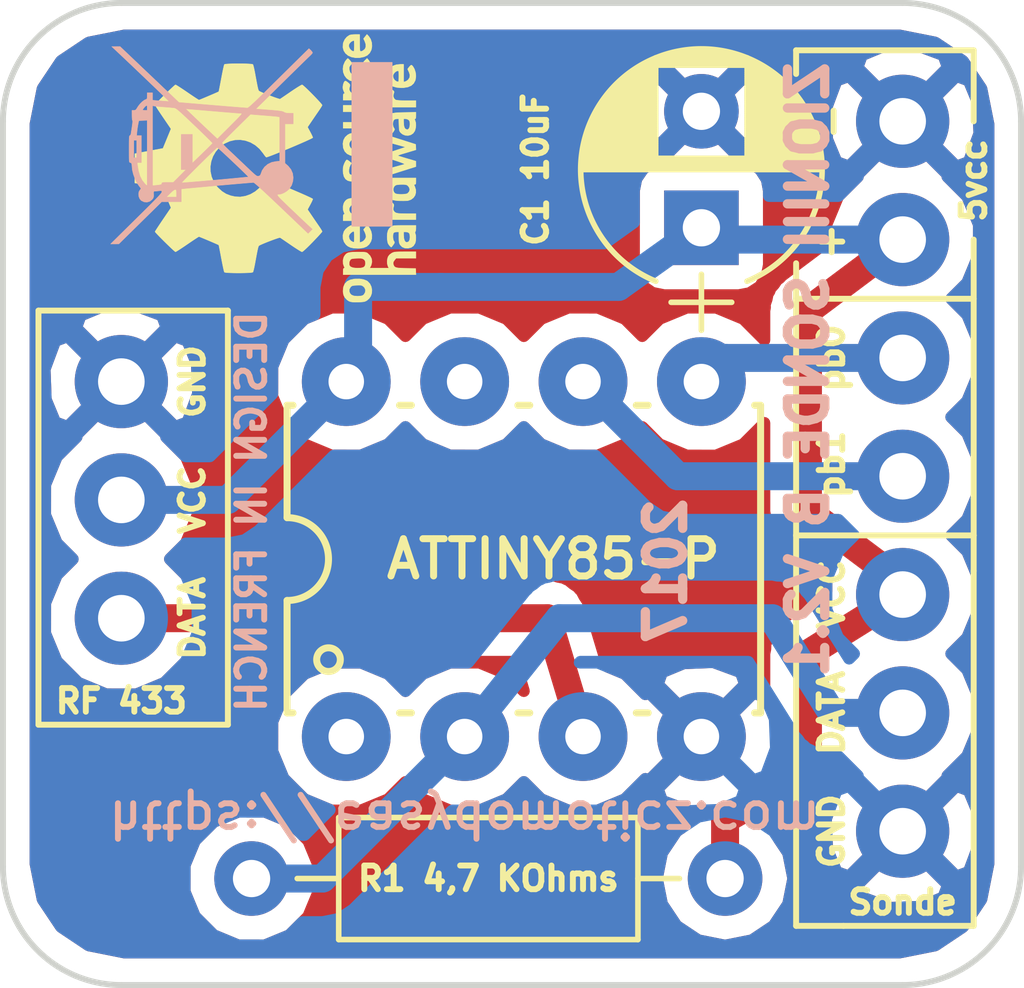
<source format=kicad_pcb>
(kicad_pcb (version 4) (host pcbnew 4.0.6)

  (general
    (links 14)
    (no_connects 0)
    (area 134.556499 85.280499 156.527501 106.489501)
    (thickness 1.6)
    (drawings 37)
    (tracks 34)
    (zones 0)
    (modules 10)
    (nets 7)
  )

  (page A4)
  (layers
    (0 Top signal)
    (31 Bottom signal)
    (34 B.Paste user)
    (35 F.Paste user)
    (36 B.SilkS user)
    (37 F.SilkS user)
    (38 B.Mask user)
    (39 F.Mask user)
    (44 Edge.Cuts user)
  )

  (setup
    (last_trace_width 0.1524)
    (user_trace_width 0.1524)
    (user_trace_width 0.2)
    (user_trace_width 0.25)
    (user_trace_width 0.3)
    (user_trace_width 0.4)
    (user_trace_width 0.5)
    (user_trace_width 0.6)
    (user_trace_width 0.8)
    (trace_clearance 0.3)
    (zone_clearance 0.508)
    (zone_45_only yes)
    (trace_min 0.1524)
    (segment_width 0.127)
    (edge_width 0.127)
    (via_size 0.6858)
    (via_drill 0.3302)
    (via_min_size 0.6858)
    (via_min_drill 0.3302)
    (uvia_size 0.762)
    (uvia_drill 0.508)
    (uvias_allowed no)
    (uvia_min_size 0)
    (uvia_min_drill 0)
    (pcb_text_width 0.127)
    (pcb_text_size 0.6 0.6)
    (mod_edge_width 0.127)
    (mod_text_size 0.6 0.6)
    (mod_text_width 0.127)
    (pad_size 1.99898 1.99898)
    (pad_drill 1)
    (pad_to_mask_clearance 0.05)
    (pad_to_paste_clearance -0.04)
    (aux_axis_origin 0 0)
    (visible_elements 7FFFF7FF)
    (pcbplotparams
      (layerselection 0x011fc_80000001)
      (usegerberextensions false)
      (excludeedgelayer true)
      (linewidth 0.127000)
      (plotframeref false)
      (viasonmask false)
      (mode 1)
      (useauxorigin false)
      (hpglpennumber 1)
      (hpglpenspeed 20)
      (hpglpendiameter 15)
      (hpglpenoverlay 2)
      (psnegative false)
      (psa4output false)
      (plotreference true)
      (plotvalue true)
      (plotinvisibletext false)
      (padsonsilk false)
      (subtractmaskfromsilk false)
      (outputformat 4)
      (mirror false)
      (drillshape 0)
      (scaleselection 1)
      (outputdirectory CAM/))
  )

  (net 0 "")
  (net 1 VCC)
  (net 2 GND)
  (net 3 "Net-(IC1-Pad2)")
  (net 4 "Net-(IC1-Pad3)")
  (net 5 "Net-(IC1-Pad5)")
  (net 6 "Net-(IC1-Pad6)")

  (net_class Default "Dit is de standaard class."
    (clearance 0.3)
    (trace_width 0.1524)
    (via_dia 0.6858)
    (via_drill 0.3302)
    (uvia_dia 0.762)
    (uvia_drill 0.508)
    (add_net GND)
    (add_net "Net-(IC1-Pad2)")
    (add_net "Net-(IC1-Pad3)")
    (add_net "Net-(IC1-Pad5)")
    (add_net "Net-(IC1-Pad6)")
    (add_net VCC)
  )

  (module BRICE:DS18B20 placed (layer Top) (tedit 590DDBD6) (tstamp 58EBB2FC)
    (at 153.924 100.584 90)
    (path /5887BBB9)
    (fp_text reference Sonde (at -4.064 0 180) (layer F.SilkS)
      (effects (font (size 0.508 0.508) (thickness 0.127)))
    )
    (fp_text value DS18B20 (at 0 4.826 90) (layer F.Fab)
      (effects (font (size 1 1) (thickness 0.15)))
    )
    (pad 1 thru_hole circle (at -2.54 0 90) (size 2 2) (drill 1) (layers *.Cu *.Mask)
      (net 2 GND))
    (pad 3 thru_hole circle (at 2.54 0 90) (size 2 2) (drill 1) (layers *.Cu *.Mask)
      (net 1 VCC))
    (pad 2 thru_hole circle (at 0 0 90) (size 2 2) (drill 1) (layers *.Cu *.Mask)
      (net 3 "Net-(IC1-Pad2)"))
  )

  (module Capacitors_THT:CP_Radial_D5.0mm_P2.50mm (layer Top) (tedit 590DE427) (tstamp 590DC7B6)
    (at 149.606 90.17 90)
    (descr "CP, Radial series, Radial, pin pitch=2.50mm, , diameter=5mm, Electrolytic Capacitor")
    (tags "CP Radial series Radial pin pitch 2.50mm  diameter 5mm Electrolytic Capacitor")
    (path /58879B97)
    (fp_text reference "C1 10uF" (at 1.25 -3.56 90) (layer F.SilkS)
      (effects (font (size 0.508 0.508) (thickness 0.127)))
    )
    (fp_text value 10uF (at 7.112 0 90) (layer F.Fab)
      (effects (font (size 1 1) (thickness 0.15)))
    )
    (fp_arc (start 1.25 0) (end -1.147436 -0.98) (angle 135.5) (layer F.SilkS) (width 0.12))
    (fp_arc (start 1.25 0) (end -1.147436 0.98) (angle -135.5) (layer F.SilkS) (width 0.12))
    (fp_arc (start 1.25 0) (end 3.647436 -0.98) (angle 44.5) (layer F.SilkS) (width 0.12))
    (fp_circle (center 1.25 0) (end 3.75 0) (layer F.Fab) (width 0.1))
    (fp_line (start -2.2 0) (end -1 0) (layer F.Fab) (width 0.1))
    (fp_line (start -1.6 -0.65) (end -1.6 0.65) (layer F.Fab) (width 0.1))
    (fp_line (start 1.25 -2.55) (end 1.25 2.55) (layer F.SilkS) (width 0.12))
    (fp_line (start 1.29 -2.55) (end 1.29 2.55) (layer F.SilkS) (width 0.12))
    (fp_line (start 1.33 -2.549) (end 1.33 2.549) (layer F.SilkS) (width 0.12))
    (fp_line (start 1.37 -2.548) (end 1.37 2.548) (layer F.SilkS) (width 0.12))
    (fp_line (start 1.41 -2.546) (end 1.41 2.546) (layer F.SilkS) (width 0.12))
    (fp_line (start 1.45 -2.543) (end 1.45 2.543) (layer F.SilkS) (width 0.12))
    (fp_line (start 1.49 -2.539) (end 1.49 2.539) (layer F.SilkS) (width 0.12))
    (fp_line (start 1.53 -2.535) (end 1.53 -0.98) (layer F.SilkS) (width 0.12))
    (fp_line (start 1.53 0.98) (end 1.53 2.535) (layer F.SilkS) (width 0.12))
    (fp_line (start 1.57 -2.531) (end 1.57 -0.98) (layer F.SilkS) (width 0.12))
    (fp_line (start 1.57 0.98) (end 1.57 2.531) (layer F.SilkS) (width 0.12))
    (fp_line (start 1.61 -2.525) (end 1.61 -0.98) (layer F.SilkS) (width 0.12))
    (fp_line (start 1.61 0.98) (end 1.61 2.525) (layer F.SilkS) (width 0.12))
    (fp_line (start 1.65 -2.519) (end 1.65 -0.98) (layer F.SilkS) (width 0.12))
    (fp_line (start 1.65 0.98) (end 1.65 2.519) (layer F.SilkS) (width 0.12))
    (fp_line (start 1.69 -2.513) (end 1.69 -0.98) (layer F.SilkS) (width 0.12))
    (fp_line (start 1.69 0.98) (end 1.69 2.513) (layer F.SilkS) (width 0.12))
    (fp_line (start 1.73 -2.506) (end 1.73 -0.98) (layer F.SilkS) (width 0.12))
    (fp_line (start 1.73 0.98) (end 1.73 2.506) (layer F.SilkS) (width 0.12))
    (fp_line (start 1.77 -2.498) (end 1.77 -0.98) (layer F.SilkS) (width 0.12))
    (fp_line (start 1.77 0.98) (end 1.77 2.498) (layer F.SilkS) (width 0.12))
    (fp_line (start 1.81 -2.489) (end 1.81 -0.98) (layer F.SilkS) (width 0.12))
    (fp_line (start 1.81 0.98) (end 1.81 2.489) (layer F.SilkS) (width 0.12))
    (fp_line (start 1.85 -2.48) (end 1.85 -0.98) (layer F.SilkS) (width 0.12))
    (fp_line (start 1.85 0.98) (end 1.85 2.48) (layer F.SilkS) (width 0.12))
    (fp_line (start 1.89 -2.47) (end 1.89 -0.98) (layer F.SilkS) (width 0.12))
    (fp_line (start 1.89 0.98) (end 1.89 2.47) (layer F.SilkS) (width 0.12))
    (fp_line (start 1.93 -2.46) (end 1.93 -0.98) (layer F.SilkS) (width 0.12))
    (fp_line (start 1.93 0.98) (end 1.93 2.46) (layer F.SilkS) (width 0.12))
    (fp_line (start 1.971 -2.448) (end 1.971 -0.98) (layer F.SilkS) (width 0.12))
    (fp_line (start 1.971 0.98) (end 1.971 2.448) (layer F.SilkS) (width 0.12))
    (fp_line (start 2.011 -2.436) (end 2.011 -0.98) (layer F.SilkS) (width 0.12))
    (fp_line (start 2.011 0.98) (end 2.011 2.436) (layer F.SilkS) (width 0.12))
    (fp_line (start 2.051 -2.424) (end 2.051 -0.98) (layer F.SilkS) (width 0.12))
    (fp_line (start 2.051 0.98) (end 2.051 2.424) (layer F.SilkS) (width 0.12))
    (fp_line (start 2.091 -2.41) (end 2.091 -0.98) (layer F.SilkS) (width 0.12))
    (fp_line (start 2.091 0.98) (end 2.091 2.41) (layer F.SilkS) (width 0.12))
    (fp_line (start 2.131 -2.396) (end 2.131 -0.98) (layer F.SilkS) (width 0.12))
    (fp_line (start 2.131 0.98) (end 2.131 2.396) (layer F.SilkS) (width 0.12))
    (fp_line (start 2.171 -2.382) (end 2.171 -0.98) (layer F.SilkS) (width 0.12))
    (fp_line (start 2.171 0.98) (end 2.171 2.382) (layer F.SilkS) (width 0.12))
    (fp_line (start 2.211 -2.366) (end 2.211 -0.98) (layer F.SilkS) (width 0.12))
    (fp_line (start 2.211 0.98) (end 2.211 2.366) (layer F.SilkS) (width 0.12))
    (fp_line (start 2.251 -2.35) (end 2.251 -0.98) (layer F.SilkS) (width 0.12))
    (fp_line (start 2.251 0.98) (end 2.251 2.35) (layer F.SilkS) (width 0.12))
    (fp_line (start 2.291 -2.333) (end 2.291 -0.98) (layer F.SilkS) (width 0.12))
    (fp_line (start 2.291 0.98) (end 2.291 2.333) (layer F.SilkS) (width 0.12))
    (fp_line (start 2.331 -2.315) (end 2.331 -0.98) (layer F.SilkS) (width 0.12))
    (fp_line (start 2.331 0.98) (end 2.331 2.315) (layer F.SilkS) (width 0.12))
    (fp_line (start 2.371 -2.296) (end 2.371 -0.98) (layer F.SilkS) (width 0.12))
    (fp_line (start 2.371 0.98) (end 2.371 2.296) (layer F.SilkS) (width 0.12))
    (fp_line (start 2.411 -2.276) (end 2.411 -0.98) (layer F.SilkS) (width 0.12))
    (fp_line (start 2.411 0.98) (end 2.411 2.276) (layer F.SilkS) (width 0.12))
    (fp_line (start 2.451 -2.256) (end 2.451 -0.98) (layer F.SilkS) (width 0.12))
    (fp_line (start 2.451 0.98) (end 2.451 2.256) (layer F.SilkS) (width 0.12))
    (fp_line (start 2.491 -2.234) (end 2.491 -0.98) (layer F.SilkS) (width 0.12))
    (fp_line (start 2.491 0.98) (end 2.491 2.234) (layer F.SilkS) (width 0.12))
    (fp_line (start 2.531 -2.212) (end 2.531 -0.98) (layer F.SilkS) (width 0.12))
    (fp_line (start 2.531 0.98) (end 2.531 2.212) (layer F.SilkS) (width 0.12))
    (fp_line (start 2.571 -2.189) (end 2.571 -0.98) (layer F.SilkS) (width 0.12))
    (fp_line (start 2.571 0.98) (end 2.571 2.189) (layer F.SilkS) (width 0.12))
    (fp_line (start 2.611 -2.165) (end 2.611 -0.98) (layer F.SilkS) (width 0.12))
    (fp_line (start 2.611 0.98) (end 2.611 2.165) (layer F.SilkS) (width 0.12))
    (fp_line (start 2.651 -2.14) (end 2.651 -0.98) (layer F.SilkS) (width 0.12))
    (fp_line (start 2.651 0.98) (end 2.651 2.14) (layer F.SilkS) (width 0.12))
    (fp_line (start 2.691 -2.113) (end 2.691 -0.98) (layer F.SilkS) (width 0.12))
    (fp_line (start 2.691 0.98) (end 2.691 2.113) (layer F.SilkS) (width 0.12))
    (fp_line (start 2.731 -2.086) (end 2.731 -0.98) (layer F.SilkS) (width 0.12))
    (fp_line (start 2.731 0.98) (end 2.731 2.086) (layer F.SilkS) (width 0.12))
    (fp_line (start 2.771 -2.058) (end 2.771 -0.98) (layer F.SilkS) (width 0.12))
    (fp_line (start 2.771 0.98) (end 2.771 2.058) (layer F.SilkS) (width 0.12))
    (fp_line (start 2.811 -2.028) (end 2.811 -0.98) (layer F.SilkS) (width 0.12))
    (fp_line (start 2.811 0.98) (end 2.811 2.028) (layer F.SilkS) (width 0.12))
    (fp_line (start 2.851 -1.997) (end 2.851 -0.98) (layer F.SilkS) (width 0.12))
    (fp_line (start 2.851 0.98) (end 2.851 1.997) (layer F.SilkS) (width 0.12))
    (fp_line (start 2.891 -1.965) (end 2.891 -0.98) (layer F.SilkS) (width 0.12))
    (fp_line (start 2.891 0.98) (end 2.891 1.965) (layer F.SilkS) (width 0.12))
    (fp_line (start 2.931 -1.932) (end 2.931 -0.98) (layer F.SilkS) (width 0.12))
    (fp_line (start 2.931 0.98) (end 2.931 1.932) (layer F.SilkS) (width 0.12))
    (fp_line (start 2.971 -1.897) (end 2.971 -0.98) (layer F.SilkS) (width 0.12))
    (fp_line (start 2.971 0.98) (end 2.971 1.897) (layer F.SilkS) (width 0.12))
    (fp_line (start 3.011 -1.861) (end 3.011 -0.98) (layer F.SilkS) (width 0.12))
    (fp_line (start 3.011 0.98) (end 3.011 1.861) (layer F.SilkS) (width 0.12))
    (fp_line (start 3.051 -1.823) (end 3.051 -0.98) (layer F.SilkS) (width 0.12))
    (fp_line (start 3.051 0.98) (end 3.051 1.823) (layer F.SilkS) (width 0.12))
    (fp_line (start 3.091 -1.783) (end 3.091 -0.98) (layer F.SilkS) (width 0.12))
    (fp_line (start 3.091 0.98) (end 3.091 1.783) (layer F.SilkS) (width 0.12))
    (fp_line (start 3.131 -1.742) (end 3.131 -0.98) (layer F.SilkS) (width 0.12))
    (fp_line (start 3.131 0.98) (end 3.131 1.742) (layer F.SilkS) (width 0.12))
    (fp_line (start 3.171 -1.699) (end 3.171 -0.98) (layer F.SilkS) (width 0.12))
    (fp_line (start 3.171 0.98) (end 3.171 1.699) (layer F.SilkS) (width 0.12))
    (fp_line (start 3.211 -1.654) (end 3.211 -0.98) (layer F.SilkS) (width 0.12))
    (fp_line (start 3.211 0.98) (end 3.211 1.654) (layer F.SilkS) (width 0.12))
    (fp_line (start 3.251 -1.606) (end 3.251 -0.98) (layer F.SilkS) (width 0.12))
    (fp_line (start 3.251 0.98) (end 3.251 1.606) (layer F.SilkS) (width 0.12))
    (fp_line (start 3.291 -1.556) (end 3.291 -0.98) (layer F.SilkS) (width 0.12))
    (fp_line (start 3.291 0.98) (end 3.291 1.556) (layer F.SilkS) (width 0.12))
    (fp_line (start 3.331 -1.504) (end 3.331 -0.98) (layer F.SilkS) (width 0.12))
    (fp_line (start 3.331 0.98) (end 3.331 1.504) (layer F.SilkS) (width 0.12))
    (fp_line (start 3.371 -1.448) (end 3.371 -0.98) (layer F.SilkS) (width 0.12))
    (fp_line (start 3.371 0.98) (end 3.371 1.448) (layer F.SilkS) (width 0.12))
    (fp_line (start 3.411 -1.39) (end 3.411 -0.98) (layer F.SilkS) (width 0.12))
    (fp_line (start 3.411 0.98) (end 3.411 1.39) (layer F.SilkS) (width 0.12))
    (fp_line (start 3.451 -1.327) (end 3.451 -0.98) (layer F.SilkS) (width 0.12))
    (fp_line (start 3.451 0.98) (end 3.451 1.327) (layer F.SilkS) (width 0.12))
    (fp_line (start 3.491 -1.261) (end 3.491 1.261) (layer F.SilkS) (width 0.12))
    (fp_line (start 3.531 -1.189) (end 3.531 1.189) (layer F.SilkS) (width 0.12))
    (fp_line (start 3.571 -1.112) (end 3.571 1.112) (layer F.SilkS) (width 0.12))
    (fp_line (start 3.611 -1.028) (end 3.611 1.028) (layer F.SilkS) (width 0.12))
    (fp_line (start 3.651 -0.934) (end 3.651 0.934) (layer F.SilkS) (width 0.12))
    (fp_line (start 3.691 -0.829) (end 3.691 0.829) (layer F.SilkS) (width 0.12))
    (fp_line (start 3.731 -0.707) (end 3.731 0.707) (layer F.SilkS) (width 0.12))
    (fp_line (start 3.771 -0.559) (end 3.771 0.559) (layer F.SilkS) (width 0.12))
    (fp_line (start 3.811 -0.354) (end 3.811 0.354) (layer F.SilkS) (width 0.12))
    (fp_line (start -2.2 0) (end -1 0) (layer F.SilkS) (width 0.12))
    (fp_line (start -1.6 -0.65) (end -1.6 0.65) (layer F.SilkS) (width 0.12))
    (fp_line (start -1.6 -2.85) (end -1.6 2.85) (layer F.CrtYd) (width 0.05))
    (fp_line (start -1.6 2.85) (end 4.1 2.85) (layer F.CrtYd) (width 0.05))
    (fp_line (start 4.1 2.85) (end 4.1 -2.85) (layer F.CrtYd) (width 0.05))
    (fp_line (start 4.1 -2.85) (end -1.6 -2.85) (layer F.CrtYd) (width 0.05))
    (pad 1 thru_hole rect (at 0 0 90) (size 1.6 1.6) (drill 0.8) (layers *.Cu *.Mask)
      (net 1 VCC))
    (pad 2 thru_hole circle (at 2.5 0 90) (size 1.6 1.6) (drill 0.8) (layers *.Cu *.Mask)
      (net 2 GND))
    (model Capacitors_THT.3dshapes/CP_Radial_D5.0mm_P2.50mm.wrl
      (at (xyz 0 0 0))
      (scale (xyz 0.393701 0.393701 0.393701))
      (rotate (xyz 0 0 0))
    )
  )

  (module BRICE:ATTINY85-P (layer Top) (tedit 590DE499) (tstamp 590DC7C2)
    (at 145.796 97.282)
    (descr "PDIP-8 Standard 300mil 8pin Dual In Line Package")
    (tags "Power Integrations P Package")
    (path /58879B60)
    (fp_text reference ATTINY85-P (at 0.635 0) (layer F.SilkS)
      (effects (font (size 0.8 0.8) (thickness 0.15)))
    )
    (fp_text value ATTINY85-P (at 0 0) (layer F.Fab)
      (effects (font (size 1 1) (thickness 0.15)))
    )
    (fp_line (start -5.08 0.889) (end -5.08 3.302) (layer F.SilkS) (width 0.15))
    (fp_line (start -5.08 -0.889) (end -5.08 -3.302) (layer F.SilkS) (width 0.15))
    (fp_arc (start -5.08 0) (end -4.191 0) (angle 90) (layer F.SilkS) (width 0.15))
    (fp_arc (start -5.08 0) (end -5.08 -0.889) (angle 90) (layer F.SilkS) (width 0.15))
    (fp_circle (center -4.191 2.159) (end -3.937 2.159) (layer F.SilkS) (width 0.15))
    (fp_line (start 5.08 3.302) (end 4.953 3.302) (layer F.SilkS) (width 0.15))
    (fp_line (start 2.413 3.302) (end 2.667 3.302) (layer F.SilkS) (width 0.15))
    (fp_line (start -0.127 3.302) (end 0.127 3.302) (layer F.SilkS) (width 0.15))
    (fp_line (start -2.667 3.302) (end -2.413 3.302) (layer F.SilkS) (width 0.15))
    (fp_line (start -5.08 3.302) (end -4.953 3.302) (layer F.SilkS) (width 0.15))
    (fp_line (start -5.08 -3.302) (end -4.953 -3.302) (layer F.SilkS) (width 0.15))
    (fp_line (start 5.08 -3.302) (end 4.953 -3.302) (layer F.SilkS) (width 0.15))
    (fp_line (start 2.413 -3.302) (end 2.667 -3.302) (layer F.SilkS) (width 0.15))
    (fp_line (start -0.127 -3.302) (end 0.127 -3.302) (layer F.SilkS) (width 0.15))
    (fp_line (start -2.667 -3.302) (end -2.413 -3.302) (layer F.SilkS) (width 0.15))
    (fp_line (start 5.08 3.302) (end 5.08 -3.302) (layer F.SilkS) (width 0.15))
    (pad 1 thru_hole circle (at -3.81 3.81) (size 1.905 1.905) (drill 0.762) (layers *.Cu *.Mask))
    (pad 2 thru_hole circle (at -1.27 3.81) (size 1.905 1.905) (drill 0.762) (layers *.Cu *.Mask)
      (net 3 "Net-(IC1-Pad2)"))
    (pad 3 thru_hole circle (at 1.27 3.81) (size 1.905 1.905) (drill 0.762) (layers *.Cu *.Mask)
      (net 4 "Net-(IC1-Pad3)"))
    (pad 4 thru_hole circle (at 3.81 3.81) (size 1.905 1.905) (drill 0.762) (layers *.Cu *.Mask)
      (net 2 GND))
    (pad 5 thru_hole circle (at 3.81 -3.81) (size 1.905 1.905) (drill 0.762) (layers *.Cu *.Mask)
      (net 5 "Net-(IC1-Pad5)"))
    (pad 6 thru_hole circle (at 1.27 -3.81) (size 1.905 1.905) (drill 0.762) (layers *.Cu *.Mask)
      (net 6 "Net-(IC1-Pad6)"))
    (pad 7 thru_hole circle (at -1.27 -3.81) (size 1.905 1.905) (drill 0.762) (layers *.Cu *.Mask))
    (pad 8 thru_hole circle (at -3.81 -3.81) (size 1.905 1.905) (drill 0.762) (layers *.Cu *.Mask)
      (net 1 VCC))
  )

  (module BRICE:Power_Pad_2x_1mmDrill (layer Top) (tedit 590DD653) (tstamp 590DC7C8)
    (at 153.924 89.154 90)
    (path /5887A78D)
    (fp_text reference 5vcc (at 0 1.524 90) (layer F.SilkS)
      (effects (font (size 0.508 0.508) (thickness 0.127)))
    )
    (fp_text value Power (at 0 4.826 90) (layer F.Fab)
      (effects (font (size 1 1) (thickness 0.15)))
    )
    (pad 1 thru_hole circle (at -1.27 0 90) (size 2 2) (drill 1) (layers *.Cu *.Mask)
      (net 1 VCC))
    (pad 2 thru_hole circle (at 1.27 0 90) (size 2 2) (drill 1) (layers *.Cu *.Mask)
      (net 2 GND))
  )

  (module Wire_Pads:SolderWirePad_single_0-8mmDrill (layer Top) (tedit 590DD65A) (tstamp 590DC7CD)
    (at 153.924 93.98 90)
    (path /590DC478)
    (fp_text reference pb0 (at 1.016 -1.524 90) (layer F.SilkS)
      (effects (font (size 0.508 0.508) (thickness 0.127)))
    )
    (fp_text value pb0 (at 0.762 4.826 90) (layer F.Fab)
      (effects (font (size 1 1) (thickness 0.15)))
    )
    (pad 1 thru_hole circle (at 1.016 0 90) (size 1.99898 1.99898) (drill 1) (layers *.Cu *.Mask)
      (net 5 "Net-(IC1-Pad5)"))
  )

  (module Wire_Pads:SolderWirePad_single_0-8mmDrill (layer Top) (tedit 590DD469) (tstamp 590DC7D2)
    (at 153.924 96.266 270)
    (path /590DC844)
    (fp_text reference pb1 (at -1.016 1.524 270) (layer F.SilkS)
      (effects (font (size 0.508 0.508) (thickness 0.127)))
    )
    (fp_text value pb1 (at 0 -4.318 270) (layer F.Fab)
      (effects (font (size 1 1) (thickness 0.15)))
    )
    (pad 1 thru_hole circle (at -0.762 0 270) (size 1.99898 1.99898) (drill 1) (layers *.Cu *.Mask)
      (net 6 "Net-(IC1-Pad6)"))
  )

  (module Resistors_THT:R_Axial_DIN0207_L6.3mm_D2.5mm_P10.16mm_Horizontal (layer Top) (tedit 590DE47E) (tstamp 590DC7D8)
    (at 139.954 104.14)
    (descr "Resistor, Axial_DIN0207 series, Axial, Horizontal, pin pitch=10.16mm, 0.25W = 1/4W, length*diameter=6.3*2.5mm^2, http://cdn-reichelt.de/documents/datenblatt/B400/1_4W%23YAG.pdf")
    (tags "Resistor Axial_DIN0207 series Axial Horizontal pin pitch 10.16mm 0.25W = 1/4W length 6.3mm diameter 2.5mm")
    (path /58879C0A)
    (fp_text reference "R1 4,7 KOhms" (at 5.08 0) (layer F.SilkS)
      (effects (font (size 0.508 0.508) (thickness 0.127)))
    )
    (fp_text value 4700 (at 5.08 2.31) (layer F.Fab)
      (effects (font (size 1 1) (thickness 0.15)))
    )
    (fp_line (start 1.93 -1.25) (end 1.93 1.25) (layer F.Fab) (width 0.1))
    (fp_line (start 1.93 1.25) (end 8.23 1.25) (layer F.Fab) (width 0.1))
    (fp_line (start 8.23 1.25) (end 8.23 -1.25) (layer F.Fab) (width 0.1))
    (fp_line (start 8.23 -1.25) (end 1.93 -1.25) (layer F.Fab) (width 0.1))
    (fp_line (start 0 0) (end 1.93 0) (layer F.Fab) (width 0.1))
    (fp_line (start 10.16 0) (end 8.23 0) (layer F.Fab) (width 0.1))
    (fp_line (start 1.87 -1.31) (end 1.87 1.31) (layer F.SilkS) (width 0.12))
    (fp_line (start 1.87 1.31) (end 8.29 1.31) (layer F.SilkS) (width 0.12))
    (fp_line (start 8.29 1.31) (end 8.29 -1.31) (layer F.SilkS) (width 0.12))
    (fp_line (start 8.29 -1.31) (end 1.87 -1.31) (layer F.SilkS) (width 0.12))
    (fp_line (start 0.98 0) (end 1.87 0) (layer F.SilkS) (width 0.12))
    (fp_line (start 9.18 0) (end 8.29 0) (layer F.SilkS) (width 0.12))
    (fp_line (start -1.05 -1.6) (end -1.05 1.6) (layer F.CrtYd) (width 0.05))
    (fp_line (start -1.05 1.6) (end 11.25 1.6) (layer F.CrtYd) (width 0.05))
    (fp_line (start 11.25 1.6) (end 11.25 -1.6) (layer F.CrtYd) (width 0.05))
    (fp_line (start 11.25 -1.6) (end -1.05 -1.6) (layer F.CrtYd) (width 0.05))
    (pad 1 thru_hole circle (at 0 0) (size 1.6 1.6) (drill 0.8) (layers *.Cu *.Mask)
      (net 3 "Net-(IC1-Pad2)"))
    (pad 2 thru_hole oval (at 10.16 0) (size 1.6 1.6) (drill 0.8) (layers *.Cu *.Mask)
      (net 1 VCC))
    (model Resistors_THT.3dshapes/R_Axial_DIN0207_L6.3mm_D2.5mm_P10.16mm_Horizontal.wrl
      (at (xyz 0 0 0))
      (scale (xyz 0.393701 0.393701 0.393701))
      (rotate (xyz 0 0 0))
    )
  )

  (module BRICE:FS1000A (layer Top) (tedit 590DE41C) (tstamp 590DC7DF)
    (at 137.16 96.012 90)
    (path /5887ACE4)
    (fp_text reference "RF 433" (at -4.318 0 180) (layer F.SilkS)
      (effects (font (size 0.508 0.508) (thickness 0.127)))
    )
    (fp_text value FS1000A (at 0 6.35 90) (layer F.Fab)
      (effects (font (size 1 1) (thickness 0.15)))
    )
    (pad 1 thru_hole circle (at -2.54 0 90) (size 2 2) (drill 1) (layers *.Cu *.Mask)
      (net 4 "Net-(IC1-Pad3)"))
    (pad 2 thru_hole circle (at 0 0 90) (size 2 2) (drill 1) (layers *.Cu *.Mask)
      (net 1 VCC))
    (pad 3 thru_hole circle (at 2.54 0 90) (size 2 2) (drill 1) (layers *.Cu *.Mask)
      (net 2 GND))
  )

  (module Symbols:OSHW-Logo_5.7x6mm_SilkScreen (layer Top) (tedit 590DCC15) (tstamp 590DCA55)
    (at 140.462 88.9 90)
    (descr "Open Source Hardware Logo")
    (tags "Logo OSHW")
    (attr virtual)
    (fp_text reference REF*** (at 0.508 -6.604 90) (layer F.SilkS) hide
      (effects (font (size 1 1) (thickness 0.15)))
    )
    (fp_text value OSHW-Logo_5.7x6mm_SilkScreen (at 0.75 0 90) (layer F.Fab) hide
      (effects (font (size 1 1) (thickness 0.15)))
    )
    (fp_poly (pts (xy -1.908759 1.469184) (xy -1.882247 1.482282) (xy -1.849553 1.505106) (xy -1.825725 1.529996)
      (xy -1.809406 1.561249) (xy -1.79924 1.603166) (xy -1.793872 1.660044) (xy -1.791944 1.736184)
      (xy -1.791831 1.768917) (xy -1.792161 1.840656) (xy -1.793527 1.891927) (xy -1.7965 1.927404)
      (xy -1.801649 1.951763) (xy -1.809543 1.96968) (xy -1.817757 1.981902) (xy -1.870187 2.033905)
      (xy -1.93193 2.065184) (xy -1.998536 2.074592) (xy -2.065558 2.06098) (xy -2.086792 2.051354)
      (xy -2.137624 2.024859) (xy -2.137624 2.440052) (xy -2.100525 2.420868) (xy -2.051643 2.406025)
      (xy -1.991561 2.402222) (xy -1.931564 2.409243) (xy -1.886256 2.425013) (xy -1.848675 2.455047)
      (xy -1.816564 2.498024) (xy -1.81415 2.502436) (xy -1.803967 2.523221) (xy -1.79653 2.54417)
      (xy -1.791411 2.569548) (xy -1.788181 2.603618) (xy -1.786413 2.650641) (xy -1.785677 2.714882)
      (xy -1.785544 2.787176) (xy -1.785544 3.017822) (xy -1.923861 3.017822) (xy -1.923861 2.592533)
      (xy -1.962549 2.559979) (xy -2.002738 2.53394) (xy -2.040797 2.529205) (xy -2.079066 2.541389)
      (xy -2.099462 2.55332) (xy -2.114642 2.570313) (xy -2.125438 2.595995) (xy -2.132683 2.633991)
      (xy -2.137208 2.687926) (xy -2.139844 2.761425) (xy -2.140772 2.810347) (xy -2.143911 3.011535)
      (xy -2.209926 3.015336) (xy -2.27594 3.019136) (xy -2.27594 1.77065) (xy -2.137624 1.77065)
      (xy -2.134097 1.840254) (xy -2.122215 1.888569) (xy -2.10002 1.918631) (xy -2.065559 1.933471)
      (xy -2.030742 1.936436) (xy -1.991329 1.933028) (xy -1.965171 1.919617) (xy -1.948814 1.901896)
      (xy -1.935937 1.882835) (xy -1.928272 1.861601) (xy -1.924861 1.831849) (xy -1.924749 1.787236)
      (xy -1.925897 1.74988) (xy -1.928532 1.693604) (xy -1.932456 1.656658) (xy -1.939063 1.633223)
      (xy -1.949749 1.61748) (xy -1.959833 1.60838) (xy -2.00197 1.588537) (xy -2.05184 1.585332)
      (xy -2.080476 1.592168) (xy -2.108828 1.616464) (xy -2.127609 1.663728) (xy -2.136712 1.733624)
      (xy -2.137624 1.77065) (xy -2.27594 1.77065) (xy -2.27594 1.458614) (xy -2.206782 1.458614)
      (xy -2.16526 1.460256) (xy -2.143838 1.466087) (xy -2.137626 1.477461) (xy -2.137624 1.477798)
      (xy -2.134742 1.488938) (xy -2.12203 1.487673) (xy -2.096757 1.475433) (xy -2.037869 1.456707)
      (xy -1.971615 1.454739) (xy -1.908759 1.469184)) (layer F.SilkS) (width 0.01))
    (fp_poly (pts (xy -1.38421 2.406555) (xy -1.325055 2.422339) (xy -1.280023 2.450948) (xy -1.248246 2.488419)
      (xy -1.238366 2.504411) (xy -1.231073 2.521163) (xy -1.225974 2.542592) (xy -1.222679 2.572616)
      (xy -1.220797 2.615154) (xy -1.219937 2.674122) (xy -1.219707 2.75344) (xy -1.219703 2.774484)
      (xy -1.219703 3.017822) (xy -1.280059 3.017822) (xy -1.318557 3.015126) (xy -1.347023 3.008295)
      (xy -1.354155 3.004083) (xy -1.373652 2.996813) (xy -1.393566 3.004083) (xy -1.426353 3.01316)
      (xy -1.473978 3.016813) (xy -1.526764 3.015228) (xy -1.575036 3.008589) (xy -1.603218 3.000072)
      (xy -1.657753 2.965063) (xy -1.691835 2.916479) (xy -1.707157 2.851882) (xy -1.707299 2.850223)
      (xy -1.705955 2.821566) (xy -1.584356 2.821566) (xy -1.573726 2.854161) (xy -1.55641 2.872505)
      (xy -1.521652 2.886379) (xy -1.475773 2.891917) (xy -1.428988 2.889191) (xy -1.391514 2.878274)
      (xy -1.381015 2.871269) (xy -1.362668 2.838904) (xy -1.35802 2.802111) (xy -1.35802 2.753763)
      (xy -1.427582 2.753763) (xy -1.493667 2.75885) (xy -1.543764 2.773263) (xy -1.574929 2.795729)
      (xy -1.584356 2.821566) (xy -1.705955 2.821566) (xy -1.703987 2.779647) (xy -1.68071 2.723845)
      (xy -1.636948 2.681647) (xy -1.630899 2.677808) (xy -1.604907 2.665309) (xy -1.572735 2.65774)
      (xy -1.52776 2.654061) (xy -1.474331 2.653216) (xy -1.35802 2.653169) (xy -1.35802 2.604411)
      (xy -1.362953 2.566581) (xy -1.375543 2.541236) (xy -1.377017 2.539887) (xy -1.405034 2.5288)
      (xy -1.447326 2.524503) (xy -1.494064 2.526615) (xy -1.535418 2.534756) (xy -1.559957 2.546965)
      (xy -1.573253 2.556746) (xy -1.587294 2.558613) (xy -1.606671 2.5506) (xy -1.635976 2.530739)
      (xy -1.679803 2.497063) (xy -1.683825 2.493909) (xy -1.681764 2.482236) (xy -1.664568 2.462822)
      (xy -1.638433 2.441248) (xy -1.609552 2.423096) (xy -1.600478 2.418809) (xy -1.56738 2.410256)
      (xy -1.51888 2.404155) (xy -1.464695 2.401708) (xy -1.462161 2.401703) (xy -1.38421 2.406555)) (layer F.SilkS) (width 0.01))
    (fp_poly (pts (xy -0.993356 2.40302) (xy -0.974539 2.40866) (xy -0.968473 2.421053) (xy -0.968218 2.426647)
      (xy -0.967129 2.44223) (xy -0.959632 2.444676) (xy -0.939381 2.433993) (xy -0.927351 2.426694)
      (xy -0.8894 2.411063) (xy -0.844072 2.403334) (xy -0.796544 2.40274) (xy -0.751995 2.408513)
      (xy -0.715602 2.419884) (xy -0.692543 2.436088) (xy -0.687996 2.456355) (xy -0.690291 2.461843)
      (xy -0.70702 2.484626) (xy -0.732963 2.512647) (xy -0.737655 2.517177) (xy -0.762383 2.538005)
      (xy -0.783718 2.544735) (xy -0.813555 2.540038) (xy -0.825508 2.536917) (xy -0.862705 2.529421)
      (xy -0.888859 2.532792) (xy -0.910946 2.544681) (xy -0.931178 2.560635) (xy -0.946079 2.5807)
      (xy -0.956434 2.608702) (xy -0.963029 2.648467) (xy -0.966649 2.703823) (xy -0.968078 2.778594)
      (xy -0.968218 2.82374) (xy -0.968218 3.017822) (xy -1.09396 3.017822) (xy -1.09396 2.401683)
      (xy -1.031089 2.401683) (xy -0.993356 2.40302)) (layer F.SilkS) (width 0.01))
    (fp_poly (pts (xy -0.201188 3.017822) (xy -0.270346 3.017822) (xy -0.310488 3.016645) (xy -0.331394 3.011772)
      (xy -0.338922 3.001186) (xy -0.339505 2.994029) (xy -0.340774 2.979676) (xy -0.348779 2.976923)
      (xy -0.369815 2.985771) (xy -0.386173 2.994029) (xy -0.448977 3.013597) (xy -0.517248 3.014729)
      (xy -0.572752 3.000135) (xy -0.624438 2.964877) (xy -0.663838 2.912835) (xy -0.685413 2.85145)
      (xy -0.685962 2.848018) (xy -0.689167 2.810571) (xy -0.690761 2.756813) (xy -0.690633 2.716155)
      (xy -0.553279 2.716155) (xy -0.550097 2.770194) (xy -0.542859 2.814735) (xy -0.53306 2.839888)
      (xy -0.495989 2.87426) (xy -0.451974 2.886582) (xy -0.406584 2.876618) (xy -0.367797 2.846895)
      (xy -0.353108 2.826905) (xy -0.344519 2.80305) (xy -0.340496 2.76823) (xy -0.339505 2.71593)
      (xy -0.341278 2.664139) (xy -0.345963 2.618634) (xy -0.352603 2.588181) (xy -0.35371 2.585452)
      (xy -0.380491 2.553) (xy -0.419579 2.535183) (xy -0.463315 2.532306) (xy -0.504038 2.544674)
      (xy -0.534087 2.572593) (xy -0.537204 2.578148) (xy -0.546961 2.612022) (xy -0.552277 2.660728)
      (xy -0.553279 2.716155) (xy -0.690633 2.716155) (xy -0.690568 2.69554) (xy -0.689664 2.662563)
      (xy -0.683514 2.580981) (xy -0.670733 2.51973) (xy -0.649471 2.474449) (xy -0.617878 2.440779)
      (xy -0.587207 2.421014) (xy -0.544354 2.40712) (xy -0.491056 2.402354) (xy -0.43648 2.406236)
      (xy -0.389792 2.418282) (xy -0.365124 2.432693) (xy -0.339505 2.455878) (xy -0.339505 2.162773)
      (xy -0.201188 2.162773) (xy -0.201188 3.017822)) (layer F.SilkS) (width 0.01))
    (fp_poly (pts (xy 0.281524 2.404237) (xy 0.331255 2.407971) (xy 0.461291 2.797773) (xy 0.481678 2.728614)
      (xy 0.493946 2.685874) (xy 0.510085 2.628115) (xy 0.527512 2.564625) (xy 0.536726 2.53057)
      (xy 0.571388 2.401683) (xy 0.714391 2.401683) (xy 0.671646 2.536857) (xy 0.650596 2.603342)
      (xy 0.625167 2.683539) (xy 0.59861 2.767193) (xy 0.574902 2.841782) (xy 0.520902 3.011535)
      (xy 0.462598 3.015328) (xy 0.404295 3.019122) (xy 0.372679 2.914734) (xy 0.353182 2.849889)
      (xy 0.331904 2.7784) (xy 0.313308 2.715263) (xy 0.312574 2.71275) (xy 0.298684 2.669969)
      (xy 0.286429 2.640779) (xy 0.277846 2.629741) (xy 0.276082 2.631018) (xy 0.269891 2.64813)
      (xy 0.258128 2.684787) (xy 0.242225 2.736378) (xy 0.223614 2.798294) (xy 0.213543 2.832352)
      (xy 0.159007 3.017822) (xy 0.043264 3.017822) (xy -0.049263 2.725471) (xy -0.075256 2.643462)
      (xy -0.098934 2.568987) (xy -0.11918 2.505544) (xy -0.134874 2.456632) (xy -0.144898 2.425749)
      (xy -0.147945 2.416726) (xy -0.145533 2.407487) (xy -0.126592 2.403441) (xy -0.087177 2.403846)
      (xy -0.081007 2.404152) (xy -0.007914 2.407971) (xy 0.039957 2.58401) (xy 0.057553 2.648211)
      (xy 0.073277 2.704649) (xy 0.085746 2.748422) (xy 0.093574 2.77463) (xy 0.09502 2.778903)
      (xy 0.101014 2.77399) (xy 0.113101 2.748532) (xy 0.129893 2.705997) (xy 0.150003 2.64985)
      (xy 0.167003 2.59913) (xy 0.231794 2.400504) (xy 0.281524 2.404237)) (layer F.SilkS) (width 0.01))
    (fp_poly (pts (xy 1.038411 2.405417) (xy 1.091411 2.41829) (xy 1.106731 2.42511) (xy 1.136428 2.442974)
      (xy 1.15922 2.463093) (xy 1.176083 2.488962) (xy 1.187998 2.524073) (xy 1.195942 2.57192)
      (xy 1.200894 2.635996) (xy 1.203831 2.719794) (xy 1.204947 2.775768) (xy 1.209052 3.017822)
      (xy 1.138932 3.017822) (xy 1.096393 3.016038) (xy 1.074476 3.009942) (xy 1.068812 2.999706)
      (xy 1.065821 2.988637) (xy 1.052451 2.990754) (xy 1.034233 2.999629) (xy 0.988624 3.013233)
      (xy 0.930007 3.016899) (xy 0.868354 3.010903) (xy 0.813638 2.995521) (xy 0.80873 2.993386)
      (xy 0.758723 2.958255) (xy 0.725756 2.909419) (xy 0.710587 2.852333) (xy 0.711746 2.831824)
      (xy 0.835508 2.831824) (xy 0.846413 2.859425) (xy 0.878745 2.879204) (xy 0.93091 2.889819)
      (xy 0.958787 2.891228) (xy 1.005247 2.88762) (xy 1.036129 2.873597) (xy 1.043664 2.866931)
      (xy 1.064076 2.830666) (xy 1.068812 2.797773) (xy 1.068812 2.753763) (xy 1.007513 2.753763)
      (xy 0.936256 2.757395) (xy 0.886276 2.768818) (xy 0.854696 2.788824) (xy 0.847626 2.797743)
      (xy 0.835508 2.831824) (xy 0.711746 2.831824) (xy 0.713971 2.792456) (xy 0.736663 2.735244)
      (xy 0.767624 2.69658) (xy 0.786376 2.679864) (xy 0.804733 2.668878) (xy 0.828619 2.66218)
      (xy 0.863957 2.658326) (xy 0.916669 2.655873) (xy 0.937577 2.655168) (xy 1.068812 2.650879)
      (xy 1.06862 2.611158) (xy 1.063537 2.569405) (xy 1.045162 2.544158) (xy 1.008039 2.52803)
      (xy 1.007043 2.527742) (xy 0.95441 2.5214) (xy 0.902906 2.529684) (xy 0.86463 2.549827)
      (xy 0.849272 2.559773) (xy 0.83273 2.558397) (xy 0.807275 2.543987) (xy 0.792328 2.533817)
      (xy 0.763091 2.512088) (xy 0.74498 2.4958) (xy 0.742074 2.491137) (xy 0.75404 2.467005)
      (xy 0.789396 2.438185) (xy 0.804753 2.428461) (xy 0.848901 2.411714) (xy 0.908398 2.402227)
      (xy 0.974487 2.400095) (xy 1.038411 2.405417)) (layer F.SilkS) (width 0.01))
    (fp_poly (pts (xy 1.635255 2.401486) (xy 1.683595 2.411015) (xy 1.711114 2.425125) (xy 1.740064 2.448568)
      (xy 1.698876 2.500571) (xy 1.673482 2.532064) (xy 1.656238 2.547428) (xy 1.639102 2.549776)
      (xy 1.614027 2.542217) (xy 1.602257 2.537941) (xy 1.55427 2.531631) (xy 1.510324 2.545156)
      (xy 1.47806 2.57571) (xy 1.472819 2.585452) (xy 1.467112 2.611258) (xy 1.462706 2.658817)
      (xy 1.459811 2.724758) (xy 1.458631 2.80571) (xy 1.458614 2.817226) (xy 1.458614 3.017822)
      (xy 1.320297 3.017822) (xy 1.320297 2.401683) (xy 1.389456 2.401683) (xy 1.429333 2.402725)
      (xy 1.450107 2.407358) (xy 1.457789 2.417849) (xy 1.458614 2.427745) (xy 1.458614 2.453806)
      (xy 1.491745 2.427745) (xy 1.529735 2.409965) (xy 1.58077 2.401174) (xy 1.635255 2.401486)) (layer F.SilkS) (width 0.01))
    (fp_poly (pts (xy 2.032581 2.40497) (xy 2.092685 2.420597) (xy 2.143021 2.452848) (xy 2.167393 2.47694)
      (xy 2.207345 2.533895) (xy 2.230242 2.599965) (xy 2.238108 2.681182) (xy 2.238148 2.687748)
      (xy 2.238218 2.753763) (xy 1.858264 2.753763) (xy 1.866363 2.788342) (xy 1.880987 2.819659)
      (xy 1.906581 2.852291) (xy 1.911935 2.8575) (xy 1.957943 2.885694) (xy 2.01041 2.890475)
      (xy 2.070803 2.871926) (xy 2.08104 2.866931) (xy 2.112439 2.851745) (xy 2.13347 2.843094)
      (xy 2.137139 2.842293) (xy 2.149948 2.850063) (xy 2.174378 2.869072) (xy 2.186779 2.87946)
      (xy 2.212476 2.903321) (xy 2.220915 2.919077) (xy 2.215058 2.933571) (xy 2.211928 2.937534)
      (xy 2.190725 2.954879) (xy 2.155738 2.975959) (xy 2.131337 2.988265) (xy 2.062072 3.009946)
      (xy 1.985388 3.016971) (xy 1.912765 3.008647) (xy 1.892426 3.002686) (xy 1.829476 2.968952)
      (xy 1.782815 2.917045) (xy 1.752173 2.846459) (xy 1.737282 2.756692) (xy 1.735647 2.709753)
      (xy 1.740421 2.641413) (xy 1.86099 2.641413) (xy 1.872652 2.646465) (xy 1.903998 2.650429)
      (xy 1.949571 2.652768) (xy 1.980446 2.653169) (xy 2.035981 2.652783) (xy 2.071033 2.650975)
      (xy 2.090262 2.646773) (xy 2.09833 2.639203) (xy 2.099901 2.628218) (xy 2.089121 2.594381)
      (xy 2.06198 2.56094) (xy 2.026277 2.535272) (xy 1.99056 2.524772) (xy 1.942048 2.534086)
      (xy 1.900053 2.561013) (xy 1.870936 2.599827) (xy 1.86099 2.641413) (xy 1.740421 2.641413)
      (xy 1.742599 2.610236) (xy 1.764055 2.530949) (xy 1.80047 2.471263) (xy 1.852297 2.430549)
      (xy 1.91999 2.408179) (xy 1.956662 2.403871) (xy 2.032581 2.40497)) (layer F.SilkS) (width 0.01))
    (fp_poly (pts (xy -2.538261 1.465148) (xy -2.472479 1.494231) (xy -2.42254 1.542793) (xy -2.388374 1.610908)
      (xy -2.369907 1.698651) (xy -2.368583 1.712351) (xy -2.367546 1.808939) (xy -2.380993 1.893602)
      (xy -2.408108 1.962221) (xy -2.422627 1.984294) (xy -2.473201 2.031011) (xy -2.537609 2.061268)
      (xy -2.609666 2.073824) (xy -2.683185 2.067439) (xy -2.739072 2.047772) (xy -2.787132 2.014629)
      (xy -2.826412 1.971175) (xy -2.827092 1.970158) (xy -2.843044 1.943338) (xy -2.85341 1.916368)
      (xy -2.859688 1.882332) (xy -2.863373 1.83431) (xy -2.864997 1.794931) (xy -2.865672 1.759219)
      (xy -2.739955 1.759219) (xy -2.738726 1.79477) (xy -2.734266 1.842094) (xy -2.726397 1.872465)
      (xy -2.712207 1.894072) (xy -2.698917 1.906694) (xy -2.651802 1.933122) (xy -2.602505 1.936653)
      (xy -2.556593 1.917639) (xy -2.533638 1.896331) (xy -2.517096 1.874859) (xy -2.507421 1.854313)
      (xy -2.503174 1.827574) (xy -2.50292 1.787523) (xy -2.504228 1.750638) (xy -2.507043 1.697947)
      (xy -2.511505 1.663772) (xy -2.519548 1.64148) (xy -2.533103 1.624442) (xy -2.543845 1.614703)
      (xy -2.588777 1.589123) (xy -2.637249 1.587847) (xy -2.677894 1.602999) (xy -2.712567 1.634642)
      (xy -2.733224 1.68662) (xy -2.739955 1.759219) (xy -2.865672 1.759219) (xy -2.866479 1.716621)
      (xy -2.863948 1.658056) (xy -2.856362 1.614007) (xy -2.842681 1.579248) (xy -2.821865 1.548551)
      (xy -2.814147 1.539436) (xy -2.765889 1.494021) (xy -2.714128 1.467493) (xy -2.650828 1.456379)
      (xy -2.619961 1.455471) (xy -2.538261 1.465148)) (layer F.SilkS) (width 0.01))
    (fp_poly (pts (xy -1.356699 1.472614) (xy -1.344168 1.478514) (xy -1.300799 1.510283) (xy -1.25979 1.556646)
      (xy -1.229168 1.607696) (xy -1.220459 1.631166) (xy -1.212512 1.673091) (xy -1.207774 1.723757)
      (xy -1.207199 1.744679) (xy -1.207129 1.810693) (xy -1.587083 1.810693) (xy -1.578983 1.845273)
      (xy -1.559104 1.88617) (xy -1.524347 1.921514) (xy -1.482998 1.944282) (xy -1.456649 1.94901)
      (xy -1.420916 1.943273) (xy -1.378282 1.928882) (xy -1.363799 1.922262) (xy -1.31024 1.895513)
      (xy -1.264533 1.930376) (xy -1.238158 1.953955) (xy -1.224124 1.973417) (xy -1.223414 1.979129)
      (xy -1.235951 1.992973) (xy -1.263428 2.014012) (xy -1.288366 2.030425) (xy -1.355664 2.05993)
      (xy -1.43111 2.073284) (xy -1.505888 2.069812) (xy -1.565495 2.051663) (xy -1.626941 2.012784)
      (xy -1.670608 1.961595) (xy -1.697926 1.895367) (xy -1.710322 1.811371) (xy -1.711421 1.772936)
      (xy -1.707022 1.684861) (xy -1.706482 1.682299) (xy -1.580582 1.682299) (xy -1.577115 1.690558)
      (xy -1.562863 1.695113) (xy -1.53347 1.697065) (xy -1.484575 1.697517) (xy -1.465748 1.697525)
      (xy -1.408467 1.696843) (xy -1.372141 1.694364) (xy -1.352604 1.689443) (xy -1.34569 1.681434)
      (xy -1.345445 1.678862) (xy -1.353336 1.658423) (xy -1.373085 1.629789) (xy -1.381575 1.619763)
      (xy -1.413094 1.591408) (xy -1.445949 1.580259) (xy -1.463651 1.579327) (xy -1.511539 1.590981)
      (xy -1.551699 1.622285) (xy -1.577173 1.667752) (xy -1.577625 1.669233) (xy -1.580582 1.682299)
      (xy -1.706482 1.682299) (xy -1.692392 1.61551) (xy -1.666038 1.560025) (xy -1.633807 1.520639)
      (xy -1.574217 1.477931) (xy -1.504168 1.455109) (xy -1.429661 1.453046) (xy -1.356699 1.472614)) (layer F.SilkS) (width 0.01))
    (fp_poly (pts (xy 0.014017 1.456452) (xy 0.061634 1.465482) (xy 0.111034 1.48437) (xy 0.116312 1.486777)
      (xy 0.153774 1.506476) (xy 0.179717 1.524781) (xy 0.188103 1.536508) (xy 0.180117 1.555632)
      (xy 0.16072 1.58385) (xy 0.15211 1.594384) (xy 0.116628 1.635847) (xy 0.070885 1.608858)
      (xy 0.02735 1.590878) (xy -0.02295 1.581267) (xy -0.071188 1.58066) (xy -0.108533 1.589691)
      (xy -0.117495 1.595327) (xy -0.134563 1.621171) (xy -0.136637 1.650941) (xy -0.123866 1.674197)
      (xy -0.116312 1.678708) (xy -0.093675 1.684309) (xy -0.053885 1.690892) (xy -0.004834 1.697183)
      (xy 0.004215 1.69817) (xy 0.082996 1.711798) (xy 0.140136 1.734946) (xy 0.17803 1.769752)
      (xy 0.199079 1.818354) (xy 0.205635 1.877718) (xy 0.196577 1.945198) (xy 0.167164 1.998188)
      (xy 0.117278 2.036783) (xy 0.0468 2.061081) (xy -0.031435 2.070667) (xy -0.095234 2.070552)
      (xy -0.146984 2.061845) (xy -0.182327 2.049825) (xy -0.226983 2.02888) (xy -0.268253 2.004574)
      (xy -0.282921 1.993876) (xy -0.320643 1.963084) (xy -0.275148 1.917049) (xy -0.229653 1.871013)
      (xy -0.177928 1.905243) (xy -0.126048 1.930952) (xy -0.070649 1.944399) (xy -0.017395 1.945818)
      (xy 0.028049 1.935443) (xy 0.060016 1.913507) (xy 0.070338 1.894998) (xy 0.068789 1.865314)
      (xy 0.04314 1.842615) (xy -0.00654 1.82694) (xy -0.060969 1.819695) (xy -0.144736 1.805873)
      (xy -0.206967 1.779796) (xy -0.248493 1.740699) (xy -0.270147 1.68782) (xy -0.273147 1.625126)
      (xy -0.258329 1.559642) (xy -0.224546 1.510144) (xy -0.171495 1.476408) (xy -0.098874 1.458207)
      (xy -0.045072 1.454639) (xy 0.014017 1.456452)) (layer F.SilkS) (width 0.01))
    (fp_poly (pts (xy 0.610762 1.466055) (xy 0.674363 1.500692) (xy 0.724123 1.555372) (xy 0.747568 1.599842)
      (xy 0.757634 1.639121) (xy 0.764156 1.695116) (xy 0.766951 1.759621) (xy 0.765836 1.824429)
      (xy 0.760626 1.881334) (xy 0.754541 1.911727) (xy 0.734014 1.953306) (xy 0.698463 1.997468)
      (xy 0.655619 2.036087) (xy 0.613211 2.061034) (xy 0.612177 2.06143) (xy 0.559553 2.072331)
      (xy 0.497188 2.072601) (xy 0.437924 2.062676) (xy 0.41504 2.054722) (xy 0.356102 2.0213)
      (xy 0.31389 1.977511) (xy 0.286156 1.919538) (xy 0.270651 1.843565) (xy 0.267143 1.803771)
      (xy 0.26759 1.753766) (xy 0.402376 1.753766) (xy 0.406917 1.826732) (xy 0.419986 1.882334)
      (xy 0.440756 1.917861) (xy 0.455552 1.92802) (xy 0.493464 1.935104) (xy 0.538527 1.933007)
      (xy 0.577487 1.922812) (xy 0.587704 1.917204) (xy 0.614659 1.884538) (xy 0.632451 1.834545)
      (xy 0.640024 1.773705) (xy 0.636325 1.708497) (xy 0.628057 1.669253) (xy 0.60432 1.623805)
      (xy 0.566849 1.595396) (xy 0.52172 1.585573) (xy 0.475011 1.595887) (xy 0.439132 1.621112)
      (xy 0.420277 1.641925) (xy 0.409272 1.662439) (xy 0.404026 1.690203) (xy 0.402449 1.732762)
      (xy 0.402376 1.753766) (xy 0.26759 1.753766) (xy 0.268094 1.69758) (xy 0.285388 1.610501)
      (xy 0.319029 1.54253) (xy 0.369018 1.493664) (xy 0.435356 1.463899) (xy 0.449601 1.460448)
      (xy 0.53521 1.452345) (xy 0.610762 1.466055)) (layer F.SilkS) (width 0.01))
    (fp_poly (pts (xy 0.993367 1.654342) (xy 0.994555 1.746563) (xy 0.998897 1.81661) (xy 1.007558 1.867381)
      (xy 1.021704 1.901772) (xy 1.0425 1.922679) (xy 1.07111 1.933) (xy 1.106535 1.935636)
      (xy 1.143636 1.932682) (xy 1.171818 1.921889) (xy 1.192243 1.90036) (xy 1.206079 1.865199)
      (xy 1.214491 1.81351) (xy 1.218643 1.742394) (xy 1.219703 1.654342) (xy 1.219703 1.458614)
      (xy 1.35802 1.458614) (xy 1.35802 2.062179) (xy 1.288862 2.062179) (xy 1.24717 2.060489)
      (xy 1.225701 2.054556) (xy 1.219703 2.043293) (xy 1.216091 2.033261) (xy 1.201714 2.035383)
      (xy 1.172736 2.04958) (xy 1.106319 2.07148) (xy 1.035875 2.069928) (xy 0.968377 2.046147)
      (xy 0.936233 2.027362) (xy 0.911715 2.007022) (xy 0.893804 1.981573) (xy 0.881479 1.947458)
      (xy 0.873723 1.901121) (xy 0.869516 1.839007) (xy 0.86784 1.757561) (xy 0.867624 1.694578)
      (xy 0.867624 1.458614) (xy 0.993367 1.458614) (xy 0.993367 1.654342)) (layer F.SilkS) (width 0.01))
    (fp_poly (pts (xy 2.217226 1.46388) (xy 2.29008 1.49483) (xy 2.313027 1.509895) (xy 2.342354 1.533048)
      (xy 2.360764 1.551253) (xy 2.363961 1.557183) (xy 2.354935 1.57034) (xy 2.331837 1.592667)
      (xy 2.313344 1.60825) (xy 2.262728 1.648926) (xy 2.22276 1.615295) (xy 2.191874 1.593584)
      (xy 2.161759 1.58609) (xy 2.127292 1.58792) (xy 2.072561 1.601528) (xy 2.034886 1.629772)
      (xy 2.011991 1.675433) (xy 2.001597 1.741289) (xy 2.001595 1.741331) (xy 2.002494 1.814939)
      (xy 2.016463 1.868946) (xy 2.044328 1.905716) (xy 2.063325 1.918168) (xy 2.113776 1.933673)
      (xy 2.167663 1.933683) (xy 2.214546 1.918638) (xy 2.225644 1.911287) (xy 2.253476 1.892511)
      (xy 2.275236 1.889434) (xy 2.298704 1.903409) (xy 2.324649 1.92851) (xy 2.365716 1.97088)
      (xy 2.320121 2.008464) (xy 2.249674 2.050882) (xy 2.170233 2.071785) (xy 2.087215 2.070272)
      (xy 2.032694 2.056411) (xy 1.96897 2.022135) (xy 1.918005 1.968212) (xy 1.894851 1.930149)
      (xy 1.876099 1.875536) (xy 1.866715 1.806369) (xy 1.866643 1.731407) (xy 1.875824 1.659409)
      (xy 1.894199 1.599137) (xy 1.897093 1.592958) (xy 1.939952 1.532351) (xy 1.997979 1.488224)
      (xy 2.066591 1.461493) (xy 2.141201 1.453073) (xy 2.217226 1.46388)) (layer F.SilkS) (width 0.01))
    (fp_poly (pts (xy 2.677898 1.456457) (xy 2.710096 1.464279) (xy 2.771825 1.492921) (xy 2.82461 1.536667)
      (xy 2.861141 1.589117) (xy 2.86616 1.600893) (xy 2.873045 1.63174) (xy 2.877864 1.677371)
      (xy 2.879505 1.723492) (xy 2.879505 1.810693) (xy 2.697178 1.810693) (xy 2.621979 1.810978)
      (xy 2.569003 1.812704) (xy 2.535325 1.817181) (xy 2.51802 1.82572) (xy 2.514163 1.83963)
      (xy 2.520829 1.860222) (xy 2.53277 1.884315) (xy 2.56608 1.924525) (xy 2.612368 1.944558)
      (xy 2.668944 1.943905) (xy 2.733031 1.922101) (xy 2.788417 1.895193) (xy 2.834375 1.931532)
      (xy 2.880333 1.967872) (xy 2.837096 2.007819) (xy 2.779374 2.045563) (xy 2.708386 2.06832)
      (xy 2.632029 2.074688) (xy 2.558199 2.063268) (xy 2.546287 2.059393) (xy 2.481399 2.025506)
      (xy 2.43313 1.974986) (xy 2.400465 1.906325) (xy 2.382385 1.818014) (xy 2.382175 1.816121)
      (xy 2.380556 1.719878) (xy 2.3871 1.685542) (xy 2.514852 1.685542) (xy 2.526584 1.690822)
      (xy 2.558438 1.694867) (xy 2.605397 1.697176) (xy 2.635154 1.697525) (xy 2.690648 1.697306)
      (xy 2.725346 1.695916) (xy 2.743601 1.692251) (xy 2.749766 1.68521) (xy 2.748195 1.67369)
      (xy 2.746878 1.669233) (xy 2.724382 1.627355) (xy 2.689003 1.593604) (xy 2.65778 1.578773)
      (xy 2.616301 1.579668) (xy 2.574269 1.598164) (xy 2.539012 1.628786) (xy 2.517854 1.666062)
      (xy 2.514852 1.685542) (xy 2.3871 1.685542) (xy 2.39669 1.635229) (xy 2.428698 1.564191)
      (xy 2.474701 1.508779) (xy 2.532821 1.471009) (xy 2.60118 1.452896) (xy 2.677898 1.456457)) (layer F.SilkS) (width 0.01))
    (fp_poly (pts (xy -0.754012 1.469002) (xy -0.722717 1.48395) (xy -0.692409 1.505541) (xy -0.669318 1.530391)
      (xy -0.6525 1.562087) (xy -0.641006 1.604214) (xy -0.633891 1.660358) (xy -0.630207 1.734106)
      (xy -0.629008 1.829044) (xy -0.628989 1.838985) (xy -0.628713 2.062179) (xy -0.76703 2.062179)
      (xy -0.76703 1.856418) (xy -0.767128 1.780189) (xy -0.767809 1.724939) (xy -0.769651 1.686501)
      (xy -0.773233 1.660706) (xy -0.779132 1.643384) (xy -0.787927 1.630368) (xy -0.80018 1.617507)
      (xy -0.843047 1.589873) (xy -0.889843 1.584745) (xy -0.934424 1.602217) (xy -0.949928 1.615221)
      (xy -0.96131 1.627447) (xy -0.969481 1.64054) (xy -0.974974 1.658615) (xy -0.97832 1.685787)
      (xy -0.980051 1.72617) (xy -0.980697 1.783879) (xy -0.980792 1.854132) (xy -0.980792 2.062179)
      (xy -1.119109 2.062179) (xy -1.119109 1.458614) (xy -1.04995 1.458614) (xy -1.008428 1.460256)
      (xy -0.987006 1.466087) (xy -0.980795 1.477461) (xy -0.980792 1.477798) (xy -0.97791 1.488938)
      (xy -0.965199 1.487674) (xy -0.939926 1.475434) (xy -0.882605 1.457424) (xy -0.817037 1.455421)
      (xy -0.754012 1.469002)) (layer F.SilkS) (width 0.01))
    (fp_poly (pts (xy 1.79946 1.45803) (xy 1.842711 1.471245) (xy 1.870558 1.487941) (xy 1.879629 1.501145)
      (xy 1.877132 1.516797) (xy 1.860931 1.541385) (xy 1.847232 1.5588) (xy 1.818992 1.590283)
      (xy 1.797775 1.603529) (xy 1.779688 1.602664) (xy 1.726035 1.58901) (xy 1.68663 1.58963)
      (xy 1.654632 1.605104) (xy 1.64389 1.614161) (xy 1.609505 1.646027) (xy 1.609505 2.062179)
      (xy 1.471188 2.062179) (xy 1.471188 1.458614) (xy 1.540347 1.458614) (xy 1.581869 1.460256)
      (xy 1.603291 1.466087) (xy 1.609502 1.477461) (xy 1.609505 1.477798) (xy 1.612439 1.489713)
      (xy 1.625704 1.488159) (xy 1.644084 1.479563) (xy 1.682046 1.463568) (xy 1.712872 1.453945)
      (xy 1.752536 1.451478) (xy 1.79946 1.45803)) (layer F.SilkS) (width 0.01))
    (fp_poly (pts (xy 0.376964 -2.709982) (xy 0.433812 -2.40843) (xy 0.853338 -2.235488) (xy 1.104984 -2.406605)
      (xy 1.175458 -2.45425) (xy 1.239163 -2.49679) (xy 1.293126 -2.532285) (xy 1.334373 -2.55879)
      (xy 1.359934 -2.574364) (xy 1.366895 -2.577722) (xy 1.379435 -2.569086) (xy 1.406231 -2.545208)
      (xy 1.44428 -2.509141) (xy 1.490579 -2.463933) (xy 1.542123 -2.412636) (xy 1.595909 -2.358299)
      (xy 1.648935 -2.303972) (xy 1.698195 -2.252705) (xy 1.740687 -2.207549) (xy 1.773407 -2.171554)
      (xy 1.793351 -2.14777) (xy 1.798119 -2.13981) (xy 1.791257 -2.125135) (xy 1.77202 -2.092986)
      (xy 1.74243 -2.046508) (xy 1.70451 -1.988844) (xy 1.660282 -1.92314) (xy 1.634654 -1.885664)
      (xy 1.587941 -1.817232) (xy 1.546432 -1.75548) (xy 1.51214 -1.703481) (xy 1.48708 -1.664308)
      (xy 1.473264 -1.641035) (xy 1.471188 -1.636145) (xy 1.475895 -1.622245) (xy 1.488723 -1.58985)
      (xy 1.507738 -1.543515) (xy 1.531003 -1.487794) (xy 1.556584 -1.427242) (xy 1.582545 -1.366414)
      (xy 1.60695 -1.309864) (xy 1.627863 -1.262148) (xy 1.643349 -1.227819) (xy 1.651472 -1.211432)
      (xy 1.651952 -1.210788) (xy 1.664707 -1.207659) (xy 1.698677 -1.200679) (xy 1.75034 -1.190533)
      (xy 1.816176 -1.177908) (xy 1.892664 -1.163491) (xy 1.93729 -1.155177) (xy 2.019021 -1.139616)
      (xy 2.092843 -1.124808) (xy 2.155021 -1.111564) (xy 2.201822 -1.100695) (xy 2.229509 -1.093011)
      (xy 2.235074 -1.090573) (xy 2.240526 -1.07407) (xy 2.244924 -1.0368) (xy 2.248272 -0.98312)
      (xy 2.250574 -0.917388) (xy 2.251832 -0.843963) (xy 2.252048 -0.767204) (xy 2.251227 -0.691468)
      (xy 2.249371 -0.621114) (xy 2.246482 -0.5605) (xy 2.242565 -0.513984) (xy 2.237622 -0.485925)
      (xy 2.234657 -0.480084) (xy 2.216934 -0.473083) (xy 2.179381 -0.463073) (xy 2.126964 -0.451231)
      (xy 2.064652 -0.438733) (xy 2.0429 -0.43469) (xy 1.938024 -0.41548) (xy 1.85518 -0.400009)
      (xy 1.79163 -0.387663) (xy 1.744637 -0.377827) (xy 1.711463 -0.369886) (xy 1.689371 -0.363224)
      (xy 1.675624 -0.357227) (xy 1.667484 -0.351281) (xy 1.666345 -0.350106) (xy 1.654977 -0.331174)
      (xy 1.637635 -0.294331) (xy 1.61605 -0.244087) (xy 1.591954 -0.184954) (xy 1.567079 -0.121444)
      (xy 1.543157 -0.058068) (xy 1.521919 0.000662) (xy 1.505097 0.050235) (xy 1.494422 0.086139)
      (xy 1.491627 0.103862) (xy 1.49186 0.104483) (xy 1.501331 0.11897) (xy 1.522818 0.150844)
      (xy 1.554063 0.196789) (xy 1.592807 0.253485) (xy 1.636793 0.317617) (xy 1.649319 0.335842)
      (xy 1.693984 0.401914) (xy 1.733288 0.4622) (xy 1.765088 0.513235) (xy 1.787245 0.55156)
      (xy 1.797617 0.573711) (xy 1.798119 0.576432) (xy 1.789405 0.590736) (xy 1.765325 0.619072)
      (xy 1.728976 0.658396) (xy 1.683453 0.705661) (xy 1.631852 0.757823) (xy 1.577267 0.811835)
      (xy 1.522794 0.864653) (xy 1.471529 0.913231) (xy 1.426567 0.954523) (xy 1.391004 0.985485)
      (xy 1.367935 1.00307) (xy 1.361554 1.005941) (xy 1.346699 0.999178) (xy 1.316286 0.980939)
      (xy 1.275268 0.954297) (xy 1.243709 0.932852) (xy 1.186525 0.893503) (xy 1.118806 0.847171)
      (xy 1.05088 0.800913) (xy 1.014361 0.776155) (xy 0.890752 0.692547) (xy 0.786991 0.74865)
      (xy 0.73972 0.773228) (xy 0.699523 0.792331) (xy 0.672326 0.803227) (xy 0.665402 0.804743)
      (xy 0.657077 0.793549) (xy 0.640654 0.761917) (xy 0.617357 0.712765) (xy 0.588414 0.64901)
      (xy 0.55505 0.573571) (xy 0.518491 0.489364) (xy 0.479964 0.399308) (xy 0.440694 0.306321)
      (xy 0.401908 0.21332) (xy 0.36483 0.123223) (xy 0.330689 0.038948) (xy 0.300708 -0.036587)
      (xy 0.276116 -0.100466) (xy 0.258136 -0.149769) (xy 0.247997 -0.181579) (xy 0.246366 -0.192504)
      (xy 0.259291 -0.206439) (xy 0.287589 -0.22906) (xy 0.325346 -0.255667) (xy 0.328515 -0.257772)
      (xy 0.4261 -0.335886) (xy 0.504786 -0.427018) (xy 0.563891 -0.528255) (xy 0.602732 -0.636682)
      (xy 0.620628 -0.749386) (xy 0.616897 -0.863452) (xy 0.590857 -0.975966) (xy 0.541825 -1.084015)
      (xy 0.5274 -1.107655) (xy 0.452369 -1.203113) (xy 0.36373 -1.279768) (xy 0.264549 -1.33722)
      (xy 0.157895 -1.375071) (xy 0.046836 -1.392922) (xy -0.065561 -1.390375) (xy -0.176227 -1.36703)
      (xy -0.282094 -1.32249) (xy -0.380095 -1.256355) (xy -0.41041 -1.229513) (xy -0.487562 -1.145488)
      (xy -0.543782 -1.057034) (xy -0.582347 -0.957885) (xy -0.603826 -0.859697) (xy -0.609128 -0.749303)
      (xy -0.591448 -0.63836) (xy -0.552581 -0.530619) (xy -0.494323 -0.429831) (xy -0.418469 -0.339744)
      (xy -0.326817 -0.264108) (xy -0.314772 -0.256136) (xy -0.276611 -0.230026) (xy -0.247601 -0.207405)
      (xy -0.233732 -0.192961) (xy -0.233531 -0.192504) (xy -0.236508 -0.176879) (xy -0.248311 -0.141418)
      (xy -0.267714 -0.089038) (xy -0.293488 -0.022655) (xy -0.324409 0.054814) (xy -0.359249 0.14045)
      (xy -0.396783 0.231337) (xy -0.435783 0.324559) (xy -0.475023 0.417197) (xy -0.513276 0.506335)
      (xy -0.549317 0.589055) (xy -0.581917 0.662441) (xy -0.609852 0.723575) (xy -0.631895 0.769541)
      (xy -0.646818 0.797421) (xy -0.652828 0.804743) (xy -0.671191 0.799041) (xy -0.705552 0.783749)
      (xy -0.749984 0.761599) (xy -0.774417 0.74865) (xy -0.878178 0.692547) (xy -1.001787 0.776155)
      (xy -1.064886 0.818987) (xy -1.13397 0.866122) (xy -1.198707 0.910503) (xy -1.231134 0.932852)
      (xy -1.276741 0.963477) (xy -1.31536 0.987747) (xy -1.341952 1.002587) (xy -1.35059 1.005724)
      (xy -1.363161 0.997261) (xy -1.390984 0.973636) (xy -1.431361 0.937302) (xy -1.481595 0.890711)
      (xy -1.538988 0.836317) (xy -1.575286 0.801392) (xy -1.63879 0.738996) (xy -1.693673 0.683188)
      (xy -1.737714 0.636354) (xy -1.768695 0.600882) (xy -1.784398 0.579161) (xy -1.785905 0.574752)
      (xy -1.778914 0.557985) (xy -1.759594 0.524082) (xy -1.730091 0.476476) (xy -1.692545 0.418599)
      (xy -1.6491 0.353884) (xy -1.636745 0.335842) (xy -1.591727 0.270267) (xy -1.55134 0.211228)
      (xy -1.51784 0.162042) (xy -1.493486 0.126028) (xy -1.480536 0.106502) (xy -1.479285 0.104483)
      (xy -1.481156 0.088922) (xy -1.491087 0.054709) (xy -1.507347 0.006355) (xy -1.528205 -0.051629)
      (xy -1.551927 -0.11473) (xy -1.576784 -0.178437) (xy -1.601042 -0.238239) (xy -1.622971 -0.289624)
      (xy -1.640838 -0.328081) (xy -1.652913 -0.349098) (xy -1.653771 -0.350106) (xy -1.661154 -0.356112)
      (xy -1.673625 -0.362052) (xy -1.69392 -0.36854) (xy -1.724778 -0.376191) (xy -1.768934 -0.38562)
      (xy -1.829126 -0.397441) (xy -1.908093 -0.412271) (xy -2.00857 -0.430723) (xy -2.030325 -0.43469)
      (xy -2.094802 -0.447147) (xy -2.151011 -0.459334) (xy -2.193987 -0.470074) (xy -2.21876 -0.478191)
      (xy -2.222082 -0.480084) (xy -2.227556 -0.496862) (xy -2.232006 -0.534355) (xy -2.235428 -0.588206)
      (xy -2.237819 -0.654056) (xy -2.239177 -0.727547) (xy -2.239499 -0.80432) (xy -2.238781 -0.880017)
      (xy -2.237021 -0.95028) (xy -2.234216 -1.01075) (xy -2.230362 -1.05707) (xy -2.225457 -1.084881)
      (xy -2.2225 -1.090573) (xy -2.206037 -1.096314) (xy -2.168551 -1.105655) (xy -2.113775 -1.117785)
      (xy -2.045445 -1.131893) (xy -1.967294 -1.14717) (xy -1.924716 -1.155177) (xy -1.843929 -1.170279)
      (xy -1.771887 -1.18396) (xy -1.712111 -1.195533) (xy -1.668121 -1.204313) (xy -1.643439 -1.209613)
      (xy -1.639377 -1.210788) (xy -1.632511 -1.224035) (xy -1.617998 -1.255943) (xy -1.597771 -1.301953)
      (xy -1.573766 -1.357508) (xy -1.547918 -1.418047) (xy -1.52216 -1.479014) (xy -1.498427 -1.535849)
      (xy -1.478654 -1.583994) (xy -1.464776 -1.61889) (xy -1.458726 -1.635979) (xy -1.458614 -1.636726)
      (xy -1.465472 -1.650207) (xy -1.484698 -1.68123) (xy -1.514272 -1.726711) (xy -1.552173 -1.783568)
      (xy -1.59638 -1.848717) (xy -1.622079 -1.886138) (xy -1.668907 -1.954753) (xy -1.710499 -2.017048)
      (xy -1.744825 -2.069871) (xy -1.769857 -2.110073) (xy -1.783565 -2.1345) (xy -1.785544 -2.139976)
      (xy -1.777034 -2.152722) (xy -1.753507 -2.179937) (xy -1.717968 -2.218572) (xy -1.673423 -2.265577)
      (xy -1.622877 -2.317905) (xy -1.569336 -2.372505) (xy -1.515805 -2.42633) (xy -1.465289 -2.47633)
      (xy -1.420794 -2.519457) (xy -1.385325 -2.552661) (xy -1.361887 -2.572894) (xy -1.354046 -2.577722)
      (xy -1.34128 -2.570933) (xy -1.310744 -2.551858) (xy -1.26541 -2.522439) (xy -1.208244 -2.484619)
      (xy -1.142216 -2.440339) (xy -1.09241 -2.406605) (xy -0.840764 -2.235488) (xy -0.631001 -2.321959)
      (xy -0.421237 -2.40843) (xy -0.364389 -2.709982) (xy -0.30754 -3.011534) (xy 0.320115 -3.011534)
      (xy 0.376964 -2.709982)) (layer F.SilkS) (width 0.01))
  )

  (module Symbols:WEEE-Logo_4.2x6mm_SilkScreen (layer Bottom) (tedit 0) (tstamp 590DE238)
    (at 139.954 88.392 270)
    (descr "Waste Electrical and Electronic Equipment Directive")
    (tags "Logo WEEE")
    (attr virtual)
    (fp_text reference REF*** (at 0 0 270) (layer B.SilkS) hide
      (effects (font (size 1 1) (thickness 0.15)) (justify mirror))
    )
    (fp_text value WEEE-Logo_4.2x6mm_SilkScreen (at 0.75 0 270) (layer B.Fab) hide
      (effects (font (size 1 1) (thickness 0.15)) (justify mirror))
    )
    (fp_poly (pts (xy 1.747822 -3.017822) (xy -1.772971 -3.017822) (xy -1.772971 -2.150198) (xy 1.747822 -2.150198)
      (xy 1.747822 -3.017822)) (layer B.SilkS) (width 0.01))
    (fp_poly (pts (xy 2.12443 2.935152) (xy 2.123811 2.848069) (xy 1.672086 2.389109) (xy 1.220361 1.930148)
      (xy 1.220032 1.719529) (xy 1.219703 1.508911) (xy 0.94461 1.508911) (xy 0.937522 1.45547)
      (xy 0.934838 1.431112) (xy 0.930313 1.385241) (xy 0.924191 1.320595) (xy 0.916712 1.239909)
      (xy 0.908119 1.145919) (xy 0.898654 1.041363) (xy 0.888558 0.928975) (xy 0.878074 0.811493)
      (xy 0.867444 0.691652) (xy 0.856909 0.572189) (xy 0.846713 0.455841) (xy 0.837095 0.345343)
      (xy 0.8283 0.243431) (xy 0.820568 0.152842) (xy 0.814142 0.076313) (xy 0.809263 0.016579)
      (xy 0.806175 -0.023624) (xy 0.805117 -0.041559) (xy 0.805118 -0.041644) (xy 0.812827 -0.056035)
      (xy 0.835981 -0.085748) (xy 0.874895 -0.131131) (xy 0.929884 -0.192529) (xy 1.001264 -0.270288)
      (xy 1.089349 -0.364754) (xy 1.194454 -0.476272) (xy 1.316895 -0.605188) (xy 1.35131 -0.641287)
      (xy 1.897137 -1.213416) (xy 1.808881 -1.301436) (xy 1.737485 -1.223758) (xy 1.711366 -1.195686)
      (xy 1.670566 -1.152274) (xy 1.617777 -1.096366) (xy 1.555691 -1.030808) (xy 1.487 -0.958441)
      (xy 1.414396 -0.882112) (xy 1.37096 -0.836524) (xy 1.289416 -0.751119) (xy 1.223504 -0.68271)
      (xy 1.171544 -0.630053) (xy 1.131855 -0.591905) (xy 1.102757 -0.56702) (xy 1.082569 -0.554156)
      (xy 1.06961 -0.552068) (xy 1.0622 -0.559513) (xy 1.058658 -0.575246) (xy 1.057303 -0.598023)
      (xy 1.057121 -0.604239) (xy 1.047703 -0.647061) (xy 1.024497 -0.698819) (xy 0.992136 -0.751328)
      (xy 0.955252 -0.796403) (xy 0.940493 -0.810328) (xy 0.864767 -0.859047) (xy 0.776308 -0.886306)
      (xy 0.6981 -0.892773) (xy 0.609468 -0.880576) (xy 0.527612 -0.844813) (xy 0.455164 -0.786722)
      (xy 0.441797 -0.772262) (xy 0.392918 -0.716733) (xy -0.452674 -0.716733) (xy -0.452674 -0.892773)
      (xy -0.67901 -0.892773) (xy -0.67901 -0.810531) (xy -0.68185 -0.754386) (xy -0.691393 -0.715416)
      (xy -0.702991 -0.694219) (xy -0.711277 -0.679052) (xy -0.718373 -0.657062) (xy -0.724748 -0.624987)
      (xy -0.730872 -0.579569) (xy -0.737216 -0.517548) (xy -0.74425 -0.435662) (xy -0.749066 -0.374746)
      (xy -0.771161 -0.089343) (xy -1.313565 -0.638805) (xy -1.411637 -0.738228) (xy -1.505784 -0.833815)
      (xy -1.594285 -0.92381) (xy -1.67542 -1.006457) (xy -1.747469 -1.080001) (xy -1.808712 -1.142684)
      (xy -1.857427 -1.192752) (xy -1.891896 -1.228448) (xy -1.910379 -1.247995) (xy -1.940743 -1.278944)
      (xy -1.966071 -1.30053) (xy -1.979695 -1.307723) (xy -1.997095 -1.299297) (xy -2.02246 -1.278245)
      (xy -2.031058 -1.269671) (xy -2.067514 -1.23162) (xy -1.866802 -1.027658) (xy -1.815596 -0.975699)
      (xy -1.749569 -0.90882) (xy -1.671618 -0.82995) (xy -1.584638 -0.742014) (xy -1.491526 -0.647941)
      (xy -1.395179 -0.550658) (xy -1.298492 -0.453093) (xy -1.229134 -0.383145) (xy -1.123703 -0.27655)
      (xy -1.035129 -0.186307) (xy -0.962281 -0.111192) (xy -0.904023 -0.049986) (xy -0.859225 -0.001466)
      (xy -0.837021 0.023871) (xy -0.658724 0.023871) (xy -0.636401 -0.261555) (xy -0.629669 -0.345219)
      (xy -0.623157 -0.421727) (xy -0.617234 -0.487081) (xy -0.612268 -0.537281) (xy -0.608629 -0.568329)
      (xy -0.607458 -0.575273) (xy -0.600838 -0.603565) (xy 0.348636 -0.603565) (xy 0.354974 -0.524606)
      (xy 0.37411 -0.431315) (xy 0.414154 -0.348791) (xy 0.472582 -0.280038) (xy 0.546871 -0.228063)
      (xy 0.630252 -0.196863) (xy 0.657302 -0.182228) (xy 0.670844 -0.150819) (xy 0.671128 -0.149434)
      (xy 0.672753 -0.136174) (xy 0.670744 -0.122595) (xy 0.663142 -0.106181) (xy 0.647984 -0.084411)
      (xy 0.623312 -0.054767) (xy 0.587164 -0.014732) (xy 0.53758 0.038215) (xy 0.472599 0.106591)
      (xy 0.468401 0.110995) (xy 0.398507 0.184389) (xy 0.3242 0.262563) (xy 0.250586 0.340136)
      (xy 0.182771 0.411725) (xy 0.12586 0.471949) (xy 0.113168 0.485413) (xy 0.064513 0.53618)
      (xy 0.021291 0.579625) (xy -0.013395 0.612759) (xy -0.036444 0.632595) (xy -0.044182 0.636954)
      (xy -0.055722 0.62783) (xy -0.08271 0.6028) (xy -0.123021 0.563948) (xy -0.174529 0.513357)
      (xy -0.235109 0.453112) (xy -0.302636 0.385296) (xy -0.357826 0.329435) (xy -0.658724 0.023871)
      (xy -0.837021 0.023871) (xy -0.826751 0.035589) (xy -0.805471 0.062401) (xy -0.794251 0.080192)
      (xy -0.791754 0.08843) (xy -0.7927 0.10641) (xy -0.795573 0.147108) (xy -0.800187 0.208181)
      (xy -0.806358 0.287287) (xy -0.813898 0.382086) (xy -0.822621 0.490233) (xy -0.832343 0.609388)
      (xy -0.842876 0.737209) (xy -0.851365 0.839365) (xy -0.899396 1.415326) (xy -0.775805 1.415326)
      (xy -0.775273 1.402896) (xy -0.772769 1.36789) (xy -0.768496 1.312785) (xy -0.762653 1.240057)
      (xy -0.755443 1.152186) (xy -0.747066 1.051649) (xy -0.737723 0.940923) (xy -0.728758 0.835795)
      (xy -0.718602 0.716517) (xy -0.709142 0.60392) (xy -0.700596 0.500695) (xy -0.693179 0.409527)
      (xy -0.687108 0.333105) (xy -0.682601 0.274117) (xy -0.679873 0.235251) (xy -0.679116 0.220156)
      (xy -0.677935 0.210762) (xy -0.673256 0.207034) (xy -0.663276 0.210529) (xy -0.64619 0.222801)
      (xy -0.620196 0.245406) (xy -0.58349 0.2799) (xy -0.534267 0.327838) (xy -0.470726 0.390776)
      (xy -0.403305 0.458032) (xy -0.127601 0.733523) (xy -0.129533 0.735594) (xy 0.05271 0.735594)
      (xy 0.061016 0.72422) (xy 0.084267 0.697437) (xy 0.120135 0.657708) (xy 0.166287 0.607493)
      (xy 0.220394 0.549254) (xy 0.280126 0.485453) (xy 0.343152 0.418551) (xy 0.407142 0.35101)
      (xy 0.469764 0.28529) (xy 0.52869 0.223854) (xy 0.581588 0.169163) (xy 0.626128 0.123678)
      (xy 0.65998 0.089862) (xy 0.680812 0.070174) (xy 0.686494 0.066163) (xy 0.688366 0.079109)
      (xy 0.692254 0.114866) (xy 0.697943 0.171196) (xy 0.705219 0.24586) (xy 0.713869 0.33662)
      (xy 0.723678 0.441238) (xy 0.734434 0.557474) (xy 0.745921 0.683092) (xy 0.755093 0.784382)
      (xy 0.766826 0.915721) (xy 0.777665 1.039448) (xy 0.78743 1.153319) (xy 0.795937 1.255089)
      (xy 0.803005 1.342513) (xy 0.808451 1.413347) (xy 0.812092 1.465347) (xy 0.813747 1.496268)
      (xy 0.813558 1.504297) (xy 0.803666 1.497146) (xy 0.778476 1.474159) (xy 0.74019 1.437561)
      (xy 0.691011 1.389578) (xy 0.633139 1.332434) (xy 0.568778 1.268353) (xy 0.500129 1.199562)
      (xy 0.429395 1.128284) (xy 0.358778 1.056745) (xy 0.29048 0.98717) (xy 0.226704 0.921783)
      (xy 0.16965 0.862809) (xy 0.121522 0.812473) (xy 0.084522 0.773001) (xy 0.060852 0.746617)
      (xy 0.05271 0.735594) (xy -0.129533 0.735594) (xy -0.230409 0.843705) (xy -0.282768 0.899623)
      (xy -0.341535 0.962052) (xy -0.404385 1.028557) (xy -0.468995 1.096702) (xy -0.533042 1.164052)
      (xy -0.594203 1.228172) (xy -0.650153 1.286628) (xy -0.69857 1.336982) (xy -0.73713 1.376802)
      (xy -0.763509 1.40365) (xy -0.775384 1.415092) (xy -0.775805 1.415326) (xy -0.899396 1.415326)
      (xy -0.911401 1.559274) (xy -1.511938 2.190842) (xy -2.112475 2.822411) (xy -2.112034 2.910685)
      (xy -2.111592 2.99896) (xy -2.014583 2.895334) (xy -1.960291 2.837537) (xy -1.896192 2.769632)
      (xy -1.824016 2.693428) (xy -1.745492 2.610731) (xy -1.662349 2.523347) (xy -1.576319 2.433085)
      (xy -1.48913 2.34175) (xy -1.402513 2.251151) (xy -1.318197 2.163093) (xy -1.237912 2.079385)
      (xy -1.163387 2.001833) (xy -1.096354 1.932243) (xy -1.038541 1.872424) (xy -0.991679 1.824182)
      (xy -0.957496 1.789324) (xy -0.937724 1.769657) (xy -0.93339 1.765884) (xy -0.933092 1.779008)
      (xy -0.934731 1.812611) (xy -0.938023 1.86212) (xy -0.942682 1.922963) (xy -0.944682 1.947268)
      (xy -0.959577 2.125049) (xy -0.842955 2.125049) (xy -0.836934 2.096757) (xy -0.833863 2.074382)
      (xy -0.829548 2.032283) (xy -0.824488 1.975822) (xy -0.819181 1.910365) (xy -0.817344 1.886138)
      (xy -0.811927 1.816579) (xy -0.806459 1.751982) (xy -0.801488 1.698452) (xy -0.797561 1.66209)
      (xy -0.796675 1.655491) (xy -0.793334 1.641944) (xy -0.786101 1.626086) (xy -0.77344 1.606139)
      (xy -0.753811 1.580327) (xy -0.725678 1.546871) (xy -0.687502 1.503993) (xy -0.637746 1.449917)
      (xy -0.574871 1.382864) (xy -0.497341 1.301057) (xy -0.418251 1.21805) (xy -0.339564 1.135906)
      (xy -0.266112 1.059831) (xy -0.199724 0.991675) (xy -0.142227 0.933288) (xy -0.095451 0.886519)
      (xy -0.061224 0.853218) (xy -0.041373 0.835233) (xy -0.03714 0.832558) (xy -0.026003 0.842259)
      (xy 0.000029 0.867559) (xy 0.03843 0.905918) (xy 0.086672 0.9548) (xy 0.14223 1.011666)
      (xy 0.182408 1.053094) (xy 0.392169 1.27) (xy -0.226337 1.27) (xy -0.226337 1.508911)
      (xy 0.528119 1.508911) (xy 0.528119 1.402458) (xy 0.666435 1.540346) (xy 0.764553 1.63816)
      (xy 0.955643 1.63816) (xy 0.957471 1.62273) (xy 0.966723 1.614133) (xy 0.98905 1.610387)
      (xy 1.030105 1.609511) (xy 1.037376 1.609505) (xy 1.119109 1.609505) (xy 1.119109 1.828828)
      (xy 1.037376 1.747821) (xy 0.99127 1.698572) (xy 0.963694 1.660841) (xy 0.955643 1.63816)
      (xy 0.764553 1.63816) (xy 0.804752 1.678234) (xy 0.804752 1.801048) (xy 0.805137 1.85755)
      (xy 0.8069 1.893495) (xy 0.81095 1.91347) (xy 0.818199 1.922063) (xy 0.82913 1.923861)
      (xy 0.841288 1.926502) (xy 0.850273 1.937088) (xy 0.857174 1.959619) (xy 0.863076 1.998091)
      (xy 0.869065 2.056502) (xy 0.870987 2.077896) (xy 0.875148 2.125049) (xy -0.842955 2.125049)
      (xy -0.959577 2.125049) (xy -1.119109 2.125049) (xy -1.119109 2.238218) (xy -1.051314 2.238218)
      (xy -1.011662 2.239304) (xy -0.990116 2.244546) (xy -0.98748 2.247666) (xy -0.848616 2.247666)
      (xy -0.841308 2.240538) (xy -0.815993 2.238338) (xy -0.798908 2.238218) (xy -0.741881 2.238218)
      (xy -0.529221 2.238218) (xy 0.885302 2.238218) (xy 0.837458 2.287214) (xy 0.76315 2.347676)
      (xy 0.671184 2.394309) (xy 0.560002 2.427751) (xy 0.449529 2.446247) (xy 0.377227 2.454878)
      (xy 0.377227 2.36396) (xy -0.201188 2.36396) (xy -0.201188 2.467107) (xy -0.286065 2.458504)
      (xy -0.345368 2.451244) (xy -0.408551 2.441621) (xy -0.446386 2.434748) (xy -0.521832 2.419593)
      (xy -0.525526 2.328905) (xy -0.529221 2.238218) (xy -0.741881 2.238218) (xy -0.741881 2.288515)
      (xy -0.743544 2.320024) (xy -0.747697 2.337537) (xy -0.749371 2.338812) (xy -0.767987 2.330746)
      (xy -0.795183 2.31118) (xy -0.822448 2.287056) (xy -0.841267 2.265318) (xy -0.842943 2.262492)
      (xy -0.848616 2.247666) (xy -0.98748 2.247666) (xy -0.979662 2.256919) (xy -0.975442 2.270396)
      (xy -0.958219 2.305373) (xy -0.925138 2.347421) (xy -0.881893 2.390644) (xy -0.834174 2.429146)
      (xy -0.80283 2.449199) (xy -0.767123 2.471149) (xy -0.748819 2.489589) (xy -0.742388 2.511332)
      (xy -0.741894 2.524282) (xy -0.741894 2.527425) (xy -0.100594 2.527425) (xy -0.100594 2.464554)
      (xy 0.276633 2.464554) (xy 0.276633 2.527425) (xy -0.100594 2.527425) (xy -0.741894 2.527425)
      (xy -0.741881 2.565148) (xy -0.636048 2.565148) (xy -0.587355 2.563971) (xy -0.549405 2.560835)
      (xy -0.528308 2.556329) (xy -0.526023 2.554505) (xy -0.512641 2.551705) (xy -0.480074 2.552852)
      (xy -0.433916 2.557607) (xy -0.402376 2.561997) (xy -0.345188 2.570622) (xy -0.292886 2.578409)
      (xy -0.253582 2.584153) (xy -0.242055 2.585785) (xy -0.211937 2.595112) (xy -0.201188 2.609728)
      (xy -0.19792 2.61568) (xy -0.18623 2.620222) (xy -0.163288 2.62353) (xy -0.126265 2.625785)
      (xy -0.072332 2.627166) (xy 0.00134 2.62785) (xy 0.08802 2.62802) (xy 0.180529 2.627923)
      (xy 0.250906 2.62747) (xy 0.302164 2.62641) (xy 0.33732 2.624497) (xy 0.359389 2.621481)
      (xy 0.371385 2.617115) (xy 0.376324 2.611151) (xy 0.377227 2.604216) (xy 0.384921 2.582205)
      (xy 0.410121 2.569679) (xy 0.456009 2.565212) (xy 0.464264 2.565148) (xy 0.541973 2.557132)
      (xy 0.630233 2.535064) (xy 0.721085 2.501916) (xy 0.80657 2.460661) (xy 0.878726 2.414269)
      (xy 0.888072 2.406918) (xy 0.918533 2.383002) (xy 0.936572 2.373424) (xy 0.949169 2.37652)
      (xy 0.9621 2.389296) (xy 1.000293 2.414322) (xy 1.049998 2.423929) (xy 1.103524 2.418933)
      (xy 1.153178 2.400149) (xy 1.191267 2.368394) (xy 1.194025 2.364703) (xy 1.222526 2.305425)
      (xy 1.227828 2.244066) (xy 1.210518 2.185573) (xy 1.17118 2.134896) (xy 1.16637 2.130711)
      (xy 1.13844 2.110833) (xy 1.110102 2.102079) (xy 1.070263 2.101447) (xy 1.060311 2.102008)
      (xy 1.021332 2.103438) (xy 1.001254 2.100161) (xy 0.993985 2.090272) (xy 0.99324 2.081039)
      (xy 0.991716 2.054256) (xy 0.987935 2.013975) (xy 0.985218 1.989876) (xy 0.981277 1.951599)
      (xy 0.982916 1.932004) (xy 0.992421 1.924842) (xy 1.009351 1.923861) (xy 1.019392 1.927099)
      (xy 1.03559 1.93758) (xy 1.059145 1.956452) (xy 1.091257 1.984865) (xy 1.133128 2.023965)
      (xy 1.185957 2.074903) (xy 1.250945 2.138827) (xy 1.329291 2.216886) (xy 1.422197 2.310228)
      (xy 1.530863 2.420002) (xy 1.583231 2.473048) (xy 2.125049 3.022233) (xy 2.12443 2.935152)) (layer B.SilkS) (width 0.01))
  )

  (gr_line (start 151.638 91.694) (end 151.638 90.932) (angle 90) (layer F.SilkS) (width 0.127))
  (gr_line (start 151.638 86.36) (end 151.638 86.868) (angle 90) (layer F.SilkS) (width 0.127))
  (gr_line (start 155.448 86.36) (end 151.638 86.36) (angle 90) (layer F.SilkS) (width 0.127))
  (gr_line (start 155.448 87.884) (end 155.448 86.36) (angle 90) (layer F.SilkS) (width 0.127))
  (gr_line (start 151.638 91.694) (end 151.638 96.774) (angle 90) (layer F.SilkS) (width 0.127))
  (gr_line (start 155.448 91.694) (end 151.638 91.694) (angle 90) (layer F.SilkS) (width 0.127))
  (gr_line (start 155.448 96.774) (end 155.448 90.424) (angle 90) (layer F.SilkS) (width 0.127))
  (gr_line (start 139.446 100.838) (end 135.382 100.838) (angle 90) (layer F.SilkS) (width 0.127))
  (gr_line (start 139.446 91.948) (end 139.446 100.838) (angle 90) (layer F.SilkS) (width 0.127))
  (gr_line (start 135.382 91.948) (end 139.446 91.948) (angle 90) (layer F.SilkS) (width 0.127))
  (gr_line (start 135.382 100.838) (end 135.382 91.948) (angle 90) (layer F.SilkS) (width 0.127))
  (gr_line (start 137.16 85.344) (end 153.924 85.344) (angle 90) (layer Edge.Cuts) (width 0.127))
  (gr_line (start 153.924 106.426) (end 137.16 106.426) (angle 90) (layer Edge.Cuts) (width 0.127))
  (gr_line (start 156.464 103.886) (end 156.464 87.884) (angle 90) (layer Edge.Cuts) (width 0.127))
  (gr_line (start 134.62 87.884) (end 134.62 103.886) (angle 90) (layer Edge.Cuts) (width 0.127))
  (gr_line (start 155.448 96.774) (end 155.448 97.536) (angle 90) (layer F.SilkS) (width 0.127))
  (gr_line (start 151.638 105.156) (end 152.654 105.156) (angle 90) (layer F.SilkS) (width 0.127))
  (gr_line (start 151.638 96.774) (end 151.638 105.156) (angle 90) (layer F.SilkS) (width 0.127))
  (gr_line (start 155.448 96.774) (end 151.638 96.774) (angle 90) (layer F.SilkS) (width 0.127))
  (gr_line (start 155.448 105.156) (end 152.654 105.156) (angle 90) (layer F.SilkS) (width 0.127))
  (gr_line (start 155.448 97.536) (end 155.448 105.156) (angle 90) (layer F.SilkS) (width 0.127))
  (gr_text "DESIGN IN FRENCH" (at 139.954 96.266 90) (layer B.SilkS)
    (effects (font (size 0.6 0.6) (thickness 0.127)) (justify mirror))
  )
  (gr_text https://easydomoticz.com (at 144.526 102.87 180) (layer B.SilkS)
    (effects (font (size 0.762 0.762) (thickness 0.127)) (justify mirror))
  )
  (gr_arc (start 153.924 87.884) (end 153.924 85.344) (angle 90) (layer Edge.Cuts) (width 0.127))
  (gr_arc (start 153.924 103.886) (end 156.464 103.886) (angle 90) (layer Edge.Cuts) (width 0.127))
  (gr_arc (start 137.16 87.884) (end 134.62 87.884) (angle 90) (layer Edge.Cuts) (width 0.127))
  (gr_arc (start 137.16 103.886) (end 137.16 106.426) (angle 90) (layer Edge.Cuts) (width 0.127))
  (gr_text 2017 (at 148.844 97.536 90) (layer B.SilkS)
    (effects (font (size 0.8 0.8) (thickness 0.2)) (justify mirror))
  )
  (gr_text + (at 152.4 90.424) (layer F.SilkS)
    (effects (font (size 0.6 0.6) (thickness 0.127)) (justify mirror))
  )
  (gr_text - (at 152.4 87.884 90) (layer F.SilkS)
    (effects (font (size 0.6 0.6) (thickness 0.127)))
  )
  (gr_text DATA (at 152.4 100.584 90) (layer F.SilkS)
    (effects (font (size 0.508 0.508) (thickness 0.127)))
  )
  (gr_text GND (at 152.4 103.124 90) (layer F.SilkS)
    (effects (font (size 0.508 0.508) (thickness 0.127)))
  )
  (gr_text VCC (at 152.4 98.044 90) (layer F.SilkS)
    (effects (font (size 0.508 0.508) (thickness 0.127)))
  )
  (gr_text "ZIONIII SONDE B V2.1" (at 151.892 93.218 90) (layer B.SilkS)
    (effects (font (size 0.8 0.8) (thickness 0.2)) (justify mirror))
  )
  (gr_text DATA (at 138.684 98.552 90) (layer F.SilkS) (tstamp 588A3EFD)
    (effects (font (size 0.5 0.5) (thickness 0.125)))
  )
  (gr_text VCC (at 138.684 96.012 90) (layer F.SilkS) (tstamp 588A3EFC)
    (effects (font (size 0.5 0.5) (thickness 0.125)))
  )
  (gr_text GND (at 138.684 93.472 90) (layer F.SilkS) (tstamp 588A3EFB)
    (effects (font (size 0.5 0.5) (thickness 0.125)))
  )

  (segment (start 153.924 98.044) (end 151.892 99.314) (width 0.6) (layer Top) (net 1) (status 80000))
  (segment (start 151.892 99.314) (end 151.892 101.6) (width 0.6) (layer Top) (net 1) (status 80000))
  (segment (start 151.892 101.6) (end 151.892 101.6) (width 0.6) (layer Top) (net 1) (status 80000))
  (segment (start 151.892 101.6) (end 151.892 101.854) (width 0.6) (layer Top) (net 1) (status 80000))
  (segment (start 151.892 101.854) (end 150.114 102.87) (width 0.6) (layer Top) (net 1) (status 80000))
  (segment (start 150.114 102.87) (end 150.114 104.14) (width 0.6) (layer Top) (net 1) (status 80000))
  (segment (start 149.606 90.17) (end 147.828 91.44) (width 0.6) (layer Bottom) (net 1) (status 80000))
  (segment (start 147.828 91.44) (end 144.018 91.44) (width 0.6) (layer Bottom) (net 1) (status 80000))
  (segment (start 144.018 91.44) (end 142.494 91.44) (width 0.6) (layer Bottom) (net 1) (status 80000))
  (segment (start 142.494 91.44) (end 142.24 91.44) (width 0.6) (layer Bottom) (net 1) (status 80000))
  (segment (start 142.24 91.44) (end 142.24 93.472) (width 0.6) (layer Bottom) (net 1) (status 80000))
  (segment (start 142.24 93.472) (end 141.986 93.472) (width 0.6) (layer Bottom) (net 1) (status 80000))
  (segment (start 141.986 93.472) (end 139.446 96.012) (width 0.6) (layer Bottom) (net 1) (status 80000))
  (segment (start 139.446 96.012) (end 137.16 96.012) (width 0.6) (layer Bottom) (net 1) (status 80000))
  (segment (start 153.924 90.424) (end 151.892 91.948) (width 0.6) (layer Top) (net 1) (status 80000))
  (segment (start 151.892 91.948) (end 151.892 96.266) (width 0.6) (layer Top) (net 1) (status 80000))
  (segment (start 151.892 96.266) (end 153.924 97.79) (width 0.6) (layer Top) (net 1) (status 80000))
  (segment (start 153.924 97.79) (end 153.924 98.044) (width 0.6) (layer Top) (net 1) (status 80000))
  (segment (start 149.606 90.17) (end 149.86 90.424) (width 0.6) (layer Bottom) (net 1) (status 80000))
  (segment (start 149.86 90.424) (end 153.924 90.424) (width 0.6) (layer Bottom) (net 1) (status 80000))
  (segment (start 144.526 101.092) (end 141.478 104.14) (width 0.6) (layer Bottom) (net 3) (status 80000))
  (segment (start 141.478 104.14) (end 139.954 104.14) (width 0.6) (layer Bottom) (net 3) (status 80000))
  (segment (start 144.526 101.092) (end 146.558 98.552) (width 0.6) (layer Bottom) (net 3) (status 80000))
  (segment (start 146.558 98.552) (end 150.368 98.552) (width 0.6) (layer Bottom) (net 3) (status 80000))
  (segment (start 150.368 98.552) (end 150.622 98.552) (width 0.6) (layer Bottom) (net 3) (status 80000))
  (segment (start 150.622 98.552) (end 151.13 98.552) (width 0.6) (layer Bottom) (net 3) (status 80000))
  (segment (start 151.13 98.552) (end 152.4 100.584) (width 0.6) (layer Bottom) (net 3) (status 80000))
  (segment (start 152.4 100.584) (end 153.924 100.584) (width 0.6) (layer Bottom) (net 3) (status 80000))
  (segment (start 137.16 98.552) (end 146.304 98.552) (width 0.6) (layer Top) (net 4))
  (segment (start 146.304 98.552) (end 147.066 101.092) (width 0.6) (layer Top) (net 4) (tstamp 590DDE93))
  (segment (start 149.606 93.472) (end 150.114 92.964) (width 0.6) (layer Bottom) (net 5) (status 80000))
  (segment (start 150.114 92.964) (end 153.924 92.964) (width 0.6) (layer Bottom) (net 5) (status 80000))
  (segment (start 147.066 93.472) (end 149.098 95.504) (width 0.6) (layer Bottom) (net 6) (status 80000))
  (segment (start 149.098 95.504) (end 153.924 95.504) (width 0.6) (layer Bottom) (net 6) (status 80000))

  (zone (net 2) (net_name GND) (layer Bottom) (tstamp 58EE5037) (hatch edge 0.508)
    (connect_pads (clearance 0.508))
    (min_thickness 0.254)
    (fill yes (arc_segments 16) (thermal_gap 0.508) (thermal_bridge_width 0.508))
    (polygon
      (pts
        (xy 134.62 85.344) (xy 156.464 85.344) (xy 156.464 106.426) (xy 134.62 106.426)
      )
    )
    (filled_polygon
      (pts
        (xy 154.623476 86.195319) (xy 155.216462 86.591541) (xy 155.61268 87.184523) (xy 155.7655 87.952799) (xy 155.7655 103.817201)
        (xy 155.61268 104.585477) (xy 155.216462 105.178459) (xy 154.623476 105.574681) (xy 153.855201 105.7275) (xy 137.228799 105.7275)
        (xy 136.460523 105.57468) (xy 135.867541 105.178462) (xy 135.471319 104.585476) (xy 135.3185 103.817201) (xy 135.3185 96.335795)
        (xy 135.524716 96.335795) (xy 135.773106 96.936943) (xy 136.117759 97.282199) (xy 135.774722 97.624637) (xy 135.525284 98.225352)
        (xy 135.524716 98.875795) (xy 135.773106 99.476943) (xy 136.232637 99.937278) (xy 136.833352 100.186716) (xy 137.483795 100.187284)
        (xy 138.084943 99.938894) (xy 138.545278 99.479363) (xy 138.794716 98.878648) (xy 138.795284 98.228205) (xy 138.546894 97.627057)
        (xy 138.202241 97.281801) (xy 138.537628 96.947) (xy 139.446 96.947) (xy 139.803809 96.875827) (xy 140.107145 96.673145)
        (xy 141.72102 95.05927) (xy 142.300388 95.059775) (xy 142.884072 94.818602) (xy 143.256257 94.447065) (xy 143.625579 94.817032)
        (xy 144.208841 95.059224) (xy 144.840388 95.059775) (xy 145.424072 94.818602) (xy 145.796257 94.447065) (xy 146.165579 94.817032)
        (xy 146.748841 95.059224) (xy 147.331442 95.059732) (xy 148.436855 96.165145) (xy 148.740191 96.367827) (xy 149.098 96.439)
        (xy 152.547865 96.439) (xy 152.88212 96.773839) (xy 152.538722 97.116637) (xy 152.289284 97.717352) (xy 152.288716 98.367795)
        (xy 152.537106 98.968943) (xy 152.881759 99.314199) (xy 152.775356 99.420416) (xy 151.922878 98.056451) (xy 151.850129 97.979132)
        (xy 151.791145 97.890855) (xy 151.726313 97.847536) (xy 151.672885 97.790751) (xy 151.576083 97.747156) (xy 151.487809 97.688173)
        (xy 151.411339 97.672962) (xy 151.340244 97.640944) (xy 151.234126 97.637712) (xy 151.13 97.617) (xy 146.558 97.617)
        (xy 146.506778 97.627189) (xy 146.454746 97.622719) (xy 146.329282 97.662495) (xy 146.200191 97.688173) (xy 146.156767 97.717188)
        (xy 146.106986 97.73297) (xy 146.006296 97.817729) (xy 145.896855 97.890855) (xy 145.86784 97.934279) (xy 145.827888 97.96791)
        (xy 144.598566 99.504563) (xy 144.211612 99.504225) (xy 143.627928 99.745398) (xy 143.255743 100.116935) (xy 142.886421 99.746968)
        (xy 142.303159 99.504776) (xy 141.671612 99.504225) (xy 141.087928 99.745398) (xy 140.640968 100.191579) (xy 140.398776 100.774841)
        (xy 140.398225 101.406388) (xy 140.639398 101.990072) (xy 141.085579 102.437032) (xy 141.631847 102.663863) (xy 141.09071 103.205)
        (xy 141.048258 103.205) (xy 140.767923 102.924176) (xy 140.240691 102.70525) (xy 139.669813 102.704752) (xy 139.1422 102.922757)
        (xy 138.738176 103.326077) (xy 138.51925 103.853309) (xy 138.518752 104.424187) (xy 138.736757 104.9518) (xy 139.140077 105.355824)
        (xy 139.667309 105.57475) (xy 140.238187 105.575248) (xy 140.7658 105.357243) (xy 141.048536 105.075) (xy 141.478 105.075)
        (xy 141.835809 105.003827) (xy 142.139145 104.801145) (xy 142.80029 104.14) (xy 148.650887 104.14) (xy 148.76012 104.689151)
        (xy 149.071189 105.154698) (xy 149.536736 105.465767) (xy 150.085887 105.575) (xy 150.142113 105.575) (xy 150.691264 105.465767)
        (xy 151.156811 105.154698) (xy 151.46788 104.689151) (xy 151.549955 104.276532) (xy 152.951073 104.276532) (xy 153.049736 104.543387)
        (xy 153.659461 104.769908) (xy 154.30946 104.745856) (xy 154.798264 104.543387) (xy 154.896927 104.276532) (xy 153.924 103.303605)
        (xy 152.951073 104.276532) (xy 151.549955 104.276532) (xy 151.577113 104.14) (xy 151.46788 103.590849) (xy 151.156811 103.125302)
        (xy 150.758953 102.859461) (xy 152.278092 102.859461) (xy 152.302144 103.50946) (xy 152.504613 103.998264) (xy 152.771468 104.096927)
        (xy 153.744395 103.124) (xy 154.103605 103.124) (xy 155.076532 104.096927) (xy 155.343387 103.998264) (xy 155.569908 103.388539)
        (xy 155.545856 102.73854) (xy 155.343387 102.249736) (xy 155.076532 102.151073) (xy 154.103605 103.124) (xy 153.744395 103.124)
        (xy 152.771468 102.151073) (xy 152.504613 102.249736) (xy 152.278092 102.859461) (xy 150.758953 102.859461) (xy 150.691264 102.814233)
        (xy 150.142113 102.705) (xy 150.085887 102.705) (xy 149.536736 102.814233) (xy 149.071189 103.125302) (xy 148.76012 103.590849)
        (xy 148.650887 104.14) (xy 142.80029 104.14) (xy 144.26102 102.67927) (xy 144.840388 102.679775) (xy 145.424072 102.438602)
        (xy 145.796257 102.067065) (xy 146.165579 102.437032) (xy 146.748841 102.679224) (xy 147.380388 102.679775) (xy 147.964072 102.438602)
        (xy 148.192913 102.210159) (xy 148.667446 102.210159) (xy 148.760288 102.472088) (xy 149.352801 102.690675) (xy 149.983861 102.665878)
        (xy 150.451712 102.472088) (xy 150.544554 102.210159) (xy 149.606 101.271605) (xy 148.667446 102.210159) (xy 148.192913 102.210159)
        (xy 148.402968 102.000471) (xy 148.487841 102.030554) (xy 149.426395 101.092) (xy 149.785605 101.092) (xy 150.724159 102.030554)
        (xy 150.986088 101.937712) (xy 151.204675 101.345199) (xy 151.179878 100.714139) (xy 150.986088 100.246288) (xy 150.724159 100.153446)
        (xy 149.785605 101.092) (xy 149.426395 101.092) (xy 148.487841 100.153446) (xy 148.402417 100.183725) (xy 148.192899 99.973841)
        (xy 148.667446 99.973841) (xy 149.606 100.912395) (xy 150.544554 99.973841) (xy 150.451712 99.711912) (xy 149.859199 99.493325)
        (xy 149.228139 99.518122) (xy 148.760288 99.711912) (xy 148.667446 99.973841) (xy 148.192899 99.973841) (xy 147.966421 99.746968)
        (xy 147.383159 99.504776) (xy 146.993435 99.504436) (xy 147.007384 99.487) (xy 150.611779 99.487) (xy 151.607121 101.079549)
        (xy 151.679873 101.156872) (xy 151.738855 101.245145) (xy 151.803685 101.288463) (xy 151.857114 101.345249) (xy 151.953919 101.388845)
        (xy 152.042191 101.447827) (xy 152.118661 101.463038) (xy 152.189756 101.495056) (xy 152.295874 101.498288) (xy 152.4 101.519)
        (xy 152.547145 101.519) (xy 152.963978 101.936562) (xy 152.951073 101.971468) (xy 153.924 102.944395) (xy 154.896927 101.971468)
        (xy 154.883836 101.936062) (xy 155.309278 101.511363) (xy 155.558716 100.910648) (xy 155.559284 100.260205) (xy 155.310894 99.659057)
        (xy 154.966241 99.313801) (xy 155.309278 98.971363) (xy 155.558716 98.370648) (xy 155.559284 97.720205) (xy 155.310894 97.119057)
        (xy 154.965881 96.77344) (xy 155.308846 96.431073) (xy 155.558206 95.830547) (xy 155.558774 95.180306) (xy 155.310462 94.579345)
        (xy 154.96552 94.233801) (xy 155.308846 93.891073) (xy 155.558206 93.290547) (xy 155.558774 92.640306) (xy 155.310462 92.039345)
        (xy 154.96588 91.694161) (xy 155.309278 91.351363) (xy 155.558716 90.750648) (xy 155.559284 90.100205) (xy 155.310894 89.499057)
        (xy 154.884022 89.071438) (xy 154.896927 89.036532) (xy 153.924 88.063605) (xy 152.951073 89.036532) (xy 152.964164 89.071938)
        (xy 152.546372 89.489) (xy 151.05344 89.489) (xy 151.05344 89.37) (xy 151.009162 89.134683) (xy 150.87009 88.918559)
        (xy 150.65789 88.773569) (xy 150.419799 88.725354) (xy 150.434139 88.677745) (xy 149.606 87.849605) (xy 148.777861 88.677745)
        (xy 148.792145 88.725167) (xy 148.570683 88.766838) (xy 148.354559 88.90591) (xy 148.209569 89.11811) (xy 148.15856 89.37)
        (xy 148.15856 90.054861) (xy 147.528365 90.505) (xy 142.24 90.505) (xy 141.882191 90.576173) (xy 141.578855 90.778855)
        (xy 141.376173 91.082191) (xy 141.305 91.44) (xy 141.305 92.035706) (xy 141.087928 92.125398) (xy 140.640968 92.571579)
        (xy 140.398776 93.154841) (xy 140.398268 93.737442) (xy 139.05871 95.077) (xy 138.536855 95.077) (xy 138.120022 94.659438)
        (xy 138.132927 94.624532) (xy 137.16 93.651605) (xy 136.187073 94.624532) (xy 136.200164 94.659938) (xy 135.774722 95.084637)
        (xy 135.525284 95.685352) (xy 135.524716 96.335795) (xy 135.3185 96.335795) (xy 135.3185 93.207461) (xy 135.514092 93.207461)
        (xy 135.538144 93.85746) (xy 135.740613 94.346264) (xy 136.007468 94.444927) (xy 136.980395 93.472) (xy 137.339605 93.472)
        (xy 138.312532 94.444927) (xy 138.579387 94.346264) (xy 138.805908 93.736539) (xy 138.781856 93.08654) (xy 138.579387 92.597736)
        (xy 138.312532 92.499073) (xy 137.339605 93.472) (xy 136.980395 93.472) (xy 136.007468 92.499073) (xy 135.740613 92.597736)
        (xy 135.514092 93.207461) (xy 135.3185 93.207461) (xy 135.3185 92.319468) (xy 136.187073 92.319468) (xy 137.16 93.292395)
        (xy 138.132927 92.319468) (xy 138.034264 92.052613) (xy 137.424539 91.826092) (xy 136.77454 91.850144) (xy 136.285736 92.052613)
        (xy 136.187073 92.319468) (xy 135.3185 92.319468) (xy 135.3185 87.952799) (xy 135.417871 87.453223) (xy 148.159035 87.453223)
        (xy 148.186222 88.023454) (xy 148.352136 88.424005) (xy 148.598255 88.498139) (xy 149.426395 87.67) (xy 149.785605 87.67)
        (xy 150.613745 88.498139) (xy 150.859864 88.424005) (xy 151.052965 87.886777) (xy 151.040221 87.619461) (xy 152.278092 87.619461)
        (xy 152.302144 88.26946) (xy 152.504613 88.758264) (xy 152.771468 88.856927) (xy 153.744395 87.884) (xy 154.103605 87.884)
        (xy 155.076532 88.856927) (xy 155.343387 88.758264) (xy 155.569908 88.148539) (xy 155.545856 87.49854) (xy 155.343387 87.009736)
        (xy 155.076532 86.911073) (xy 154.103605 87.884) (xy 153.744395 87.884) (xy 152.771468 86.911073) (xy 152.504613 87.009736)
        (xy 152.278092 87.619461) (xy 151.040221 87.619461) (xy 151.025778 87.316546) (xy 150.859864 86.915995) (xy 150.613745 86.841861)
        (xy 149.785605 87.67) (xy 149.426395 87.67) (xy 148.598255 86.841861) (xy 148.352136 86.915995) (xy 148.159035 87.453223)
        (xy 135.417871 87.453223) (xy 135.471319 87.184524) (xy 135.820289 86.662255) (xy 148.777861 86.662255) (xy 149.606 87.490395)
        (xy 150.364926 86.731468) (xy 152.951073 86.731468) (xy 153.924 87.704395) (xy 154.896927 86.731468) (xy 154.798264 86.464613)
        (xy 154.188539 86.238092) (xy 153.53854 86.262144) (xy 153.049736 86.464613) (xy 152.951073 86.731468) (xy 150.364926 86.731468)
        (xy 150.434139 86.662255) (xy 150.360005 86.416136) (xy 149.822777 86.223035) (xy 149.252546 86.250222) (xy 148.851995 86.416136)
        (xy 148.777861 86.662255) (xy 135.820289 86.662255) (xy 135.867541 86.591538) (xy 136.460523 86.19532) (xy 137.228799 86.0425)
        (xy 153.855201 86.0425)
      )
    )
  )
  (zone (net 2) (net_name GND) (layer Top) (tstamp 5926D1FC) (hatch edge 0.508)
    (connect_pads (clearance 0.508))
    (min_thickness 0.254)
    (fill yes (arc_segments 16) (thermal_gap 0.508) (thermal_bridge_width 0.508))
    (polygon
      (pts
        (xy 134.62 85.344) (xy 156.464 85.344) (xy 156.464 106.426) (xy 134.62 106.426)
      )
    )
    (filled_polygon
      (pts
        (xy 154.623476 86.195319) (xy 155.216462 86.591541) (xy 155.61268 87.184523) (xy 155.7655 87.952799) (xy 155.7655 103.817201)
        (xy 155.61268 104.585477) (xy 155.216462 105.178459) (xy 154.623476 105.574681) (xy 153.855201 105.7275) (xy 137.228799 105.7275)
        (xy 136.460523 105.57468) (xy 135.867541 105.178462) (xy 135.471319 104.585476) (xy 135.439237 104.424187) (xy 138.518752 104.424187)
        (xy 138.736757 104.9518) (xy 139.140077 105.355824) (xy 139.667309 105.57475) (xy 140.238187 105.575248) (xy 140.7658 105.357243)
        (xy 141.169824 104.953923) (xy 141.38875 104.426691) (xy 141.389248 103.855813) (xy 141.171243 103.3282) (xy 140.767923 102.924176)
        (xy 140.240691 102.70525) (xy 139.669813 102.704752) (xy 139.1422 102.922757) (xy 138.738176 103.326077) (xy 138.51925 103.853309)
        (xy 138.518752 104.424187) (xy 135.439237 104.424187) (xy 135.3185 103.817201) (xy 135.3185 96.335795) (xy 135.524716 96.335795)
        (xy 135.773106 96.936943) (xy 136.117759 97.282199) (xy 135.774722 97.624637) (xy 135.525284 98.225352) (xy 135.524716 98.875795)
        (xy 135.773106 99.476943) (xy 136.232637 99.937278) (xy 136.833352 100.186716) (xy 137.483795 100.187284) (xy 138.084943 99.938894)
        (xy 138.537628 99.487) (xy 145.608331 99.487) (xy 145.79695 100.11573) (xy 145.795743 100.116935) (xy 145.426421 99.746968)
        (xy 144.843159 99.504776) (xy 144.211612 99.504225) (xy 143.627928 99.745398) (xy 143.255743 100.116935) (xy 142.886421 99.746968)
        (xy 142.303159 99.504776) (xy 141.671612 99.504225) (xy 141.087928 99.745398) (xy 140.640968 100.191579) (xy 140.398776 100.774841)
        (xy 140.398225 101.406388) (xy 140.639398 101.990072) (xy 141.085579 102.437032) (xy 141.668841 102.679224) (xy 142.300388 102.679775)
        (xy 142.884072 102.438602) (xy 143.256257 102.067065) (xy 143.625579 102.437032) (xy 144.208841 102.679224) (xy 144.840388 102.679775)
        (xy 145.424072 102.438602) (xy 145.796257 102.067065) (xy 146.165579 102.437032) (xy 146.748841 102.679224) (xy 147.380388 102.679775)
        (xy 147.964072 102.438602) (xy 148.402968 102.000471) (xy 148.487841 102.030554) (xy 149.426395 101.092) (xy 148.487841 100.153446)
        (xy 148.402417 100.183725) (xy 148.192899 99.973841) (xy 148.667446 99.973841) (xy 149.606 100.912395) (xy 150.544554 99.973841)
        (xy 150.451712 99.711912) (xy 149.859199 99.493325) (xy 149.228139 99.518122) (xy 148.760288 99.711912) (xy 148.667446 99.973841)
        (xy 148.192899 99.973841) (xy 147.966421 99.746968) (xy 147.59202 99.591503) (xy 147.199568 98.28333) (xy 147.177155 98.241088)
        (xy 147.167827 98.194191) (xy 147.0923 98.081157) (xy 147.028581 97.961062) (xy 146.991711 97.930614) (xy 146.965145 97.890855)
        (xy 146.852109 97.815327) (xy 146.747283 97.728759) (xy 146.701566 97.714738) (xy 146.661809 97.688173) (xy 146.528475 97.661651)
        (xy 146.3985 97.621788) (xy 146.350899 97.626329) (xy 146.304 97.617) (xy 138.536855 97.617) (xy 138.202241 97.281801)
        (xy 138.545278 96.939363) (xy 138.794716 96.338648) (xy 138.795284 95.688205) (xy 138.546894 95.087057) (xy 138.120022 94.659438)
        (xy 138.132927 94.624532) (xy 137.16 93.651605) (xy 136.187073 94.624532) (xy 136.200164 94.659938) (xy 135.774722 95.084637)
        (xy 135.525284 95.685352) (xy 135.524716 96.335795) (xy 135.3185 96.335795) (xy 135.3185 93.207461) (xy 135.514092 93.207461)
        (xy 135.538144 93.85746) (xy 135.740613 94.346264) (xy 136.007468 94.444927) (xy 136.980395 93.472) (xy 137.339605 93.472)
        (xy 138.312532 94.444927) (xy 138.579387 94.346264) (xy 138.787388 93.786388) (xy 140.398225 93.786388) (xy 140.639398 94.370072)
        (xy 141.085579 94.817032) (xy 141.668841 95.059224) (xy 142.300388 95.059775) (xy 142.884072 94.818602) (xy 143.256257 94.447065)
        (xy 143.625579 94.817032) (xy 144.208841 95.059224) (xy 144.840388 95.059775) (xy 145.424072 94.818602) (xy 145.796257 94.447065)
        (xy 146.165579 94.817032) (xy 146.748841 95.059224) (xy 147.380388 95.059775) (xy 147.964072 94.818602) (xy 148.336257 94.447065)
        (xy 148.705579 94.817032) (xy 149.288841 95.059224) (xy 149.920388 95.059775) (xy 150.504072 94.818602) (xy 150.951032 94.372421)
        (xy 150.957 94.358048) (xy 150.957 96.266) (xy 150.970033 96.331521) (xy 150.966397 96.398229) (xy 151.005301 96.508825)
        (xy 151.028173 96.623809) (xy 151.065289 96.679357) (xy 151.087457 96.742376) (xy 151.165719 96.829662) (xy 151.230855 96.927145)
        (xy 151.286403 96.964261) (xy 151.331 97.014) (xy 152.289271 97.732703) (xy 152.289069 97.963236) (xy 151.396451 98.521122)
        (xy 151.319132 98.593871) (xy 151.230855 98.652855) (xy 151.187536 98.717687) (xy 151.130751 98.771115) (xy 151.087156 98.867917)
        (xy 151.028173 98.956191) (xy 151.012962 99.032661) (xy 150.980944 99.103756) (xy 150.977712 99.209874) (xy 150.957 99.314)
        (xy 150.957 100.235978) (xy 150.724159 100.153446) (xy 149.785605 101.092) (xy 149.799748 101.106143) (xy 149.620143 101.285748)
        (xy 149.606 101.271605) (xy 148.667446 102.210159) (xy 148.760288 102.472088) (xy 149.210941 102.638341) (xy 149.20326 102.748035)
        (xy 149.179 102.87) (xy 149.179 103.053265) (xy 149.071189 103.125302) (xy 148.76012 103.590849) (xy 148.650887 104.14)
        (xy 148.76012 104.689151) (xy 149.071189 105.154698) (xy 149.536736 105.465767) (xy 150.085887 105.575) (xy 150.142113 105.575)
        (xy 150.691264 105.465767) (xy 151.156811 105.154698) (xy 151.46788 104.689151) (xy 151.549955 104.276532) (xy 152.951073 104.276532)
        (xy 153.049736 104.543387) (xy 153.659461 104.769908) (xy 154.30946 104.745856) (xy 154.798264 104.543387) (xy 154.896927 104.276532)
        (xy 153.924 103.303605) (xy 152.951073 104.276532) (xy 151.549955 104.276532) (xy 151.577113 104.14) (xy 151.46788 103.590849)
        (xy 151.265945 103.288633) (xy 152.348459 102.670054) (xy 152.278092 102.859461) (xy 152.302144 103.50946) (xy 152.504613 103.998264)
        (xy 152.771468 104.096927) (xy 153.744395 103.124) (xy 154.103605 103.124) (xy 155.076532 104.096927) (xy 155.343387 103.998264)
        (xy 155.569908 103.388539) (xy 155.545856 102.73854) (xy 155.343387 102.249736) (xy 155.076532 102.151073) (xy 154.103605 103.124)
        (xy 153.744395 103.124) (xy 153.730253 103.109858) (xy 153.909858 102.930253) (xy 153.924 102.944395) (xy 154.896927 101.971468)
        (xy 154.883836 101.936062) (xy 155.309278 101.511363) (xy 155.558716 100.910648) (xy 155.559284 100.260205) (xy 155.310894 99.659057)
        (xy 154.966241 99.313801) (xy 155.309278 98.971363) (xy 155.558716 98.370648) (xy 155.559284 97.720205) (xy 155.310894 97.119057)
        (xy 154.965881 96.77344) (xy 155.308846 96.431073) (xy 155.558206 95.830547) (xy 155.558774 95.180306) (xy 155.310462 94.579345)
        (xy 154.96552 94.233801) (xy 155.308846 93.891073) (xy 155.558206 93.290547) (xy 155.558774 92.640306) (xy 155.310462 92.039345)
        (xy 154.96588 91.694161) (xy 155.309278 91.351363) (xy 155.558716 90.750648) (xy 155.559284 90.100205) (xy 155.310894 89.499057)
        (xy 154.884022 89.071438) (xy 154.896927 89.036532) (xy 153.924 88.063605) (xy 152.951073 89.036532) (xy 152.964164 89.071938)
        (xy 152.538722 89.496637) (xy 152.289284 90.097352) (xy 152.288949 90.481539) (xy 151.331 91.2) (xy 151.286403 91.249739)
        (xy 151.230855 91.286855) (xy 151.165719 91.384338) (xy 151.087457 91.471624) (xy 151.065289 91.534643) (xy 151.028173 91.590191)
        (xy 151.005301 91.705175) (xy 150.966397 91.815771) (xy 150.970033 91.882479) (xy 150.957 91.948) (xy 150.957 92.584572)
        (xy 150.952602 92.573928) (xy 150.506421 92.126968) (xy 149.923159 91.884776) (xy 149.291612 91.884225) (xy 148.707928 92.125398)
        (xy 148.335743 92.496935) (xy 147.966421 92.126968) (xy 147.383159 91.884776) (xy 146.751612 91.884225) (xy 146.167928 92.125398)
        (xy 145.795743 92.496935) (xy 145.426421 92.126968) (xy 144.843159 91.884776) (xy 144.211612 91.884225) (xy 143.627928 92.125398)
        (xy 143.255743 92.496935) (xy 142.886421 92.126968) (xy 142.303159 91.884776) (xy 141.671612 91.884225) (xy 141.087928 92.125398)
        (xy 140.640968 92.571579) (xy 140.398776 93.154841) (xy 140.398225 93.786388) (xy 138.787388 93.786388) (xy 138.805908 93.736539)
        (xy 138.781856 93.08654) (xy 138.579387 92.597736) (xy 138.312532 92.499073) (xy 137.339605 93.472) (xy 136.980395 93.472)
        (xy 136.007468 92.499073) (xy 135.740613 92.597736) (xy 135.514092 93.207461) (xy 135.3185 93.207461) (xy 135.3185 92.319468)
        (xy 136.187073 92.319468) (xy 137.16 93.292395) (xy 138.132927 92.319468) (xy 138.034264 92.052613) (xy 137.424539 91.826092)
        (xy 136.77454 91.850144) (xy 136.285736 92.052613) (xy 136.187073 92.319468) (xy 135.3185 92.319468) (xy 135.3185 89.37)
        (xy 148.15856 89.37) (xy 148.15856 90.97) (xy 148.202838 91.205317) (xy 148.34191 91.421441) (xy 148.55411 91.566431)
        (xy 148.806 91.61744) (xy 150.406 91.61744) (xy 150.641317 91.573162) (xy 150.857441 91.43409) (xy 151.002431 91.22189)
        (xy 151.05344 90.97) (xy 151.05344 89.37) (xy 151.009162 89.134683) (xy 150.87009 88.918559) (xy 150.65789 88.773569)
        (xy 150.419799 88.725354) (xy 150.434139 88.677745) (xy 149.606 87.849605) (xy 148.777861 88.677745) (xy 148.792145 88.725167)
        (xy 148.570683 88.766838) (xy 148.354559 88.90591) (xy 148.209569 89.11811) (xy 148.15856 89.37) (xy 135.3185 89.37)
        (xy 135.3185 87.952799) (xy 135.417871 87.453223) (xy 148.159035 87.453223) (xy 148.186222 88.023454) (xy 148.352136 88.424005)
        (xy 148.598255 88.498139) (xy 149.426395 87.67) (xy 149.785605 87.67) (xy 150.613745 88.498139) (xy 150.859864 88.424005)
        (xy 151.052965 87.886777) (xy 151.040221 87.619461) (xy 152.278092 87.619461) (xy 152.302144 88.26946) (xy 152.504613 88.758264)
        (xy 152.771468 88.856927) (xy 153.744395 87.884) (xy 154.103605 87.884) (xy 155.076532 88.856927) (xy 155.343387 88.758264)
        (xy 155.569908 88.148539) (xy 155.545856 87.49854) (xy 155.343387 87.009736) (xy 155.076532 86.911073) (xy 154.103605 87.884)
        (xy 153.744395 87.884) (xy 152.771468 86.911073) (xy 152.504613 87.009736) (xy 152.278092 87.619461) (xy 151.040221 87.619461)
        (xy 151.025778 87.316546) (xy 150.859864 86.915995) (xy 150.613745 86.841861) (xy 149.785605 87.67) (xy 149.426395 87.67)
        (xy 148.598255 86.841861) (xy 148.352136 86.915995) (xy 148.159035 87.453223) (xy 135.417871 87.453223) (xy 135.471319 87.184524)
        (xy 135.820289 86.662255) (xy 148.777861 86.662255) (xy 149.606 87.490395) (xy 150.364926 86.731468) (xy 152.951073 86.731468)
        (xy 153.924 87.704395) (xy 154.896927 86.731468) (xy 154.798264 86.464613) (xy 154.188539 86.238092) (xy 153.53854 86.262144)
        (xy 153.049736 86.464613) (xy 152.951073 86.731468) (xy 150.364926 86.731468) (xy 150.434139 86.662255) (xy 150.360005 86.416136)
        (xy 149.822777 86.223035) (xy 149.252546 86.250222) (xy 148.851995 86.416136) (xy 148.777861 86.662255) (xy 135.820289 86.662255)
        (xy 135.867541 86.591538) (xy 136.460523 86.19532) (xy 137.228799 86.0425) (xy 153.855201 86.0425)
      )
    )
  )
)

</source>
